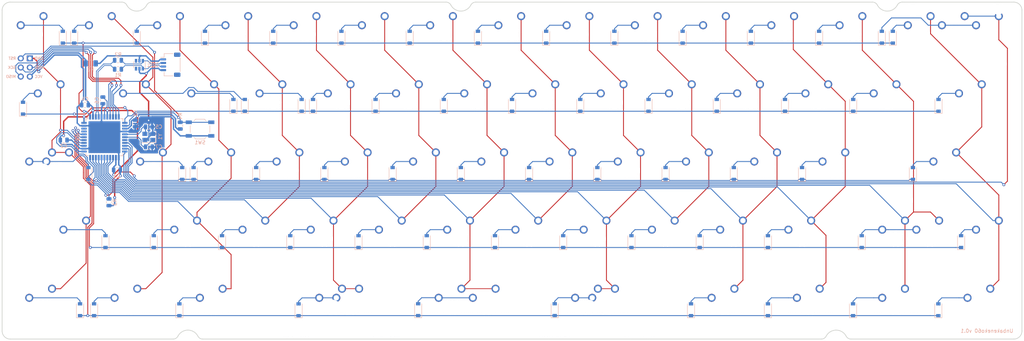
<source format=kicad_pcb>
(kicad_pcb (version 20211014) (generator pcbnew)
  (layers (0 "F.Cu" signal) (31 "B.Cu" signal) (34 "B.Paste" user) (35 "F.Paste" user) (36 "B.SilkS" user "B.Silkscreen") (37 "F.SilkS" user "F.Silkscreen") (38 "B.Mask" user) (39 "F.Mask" user) (44 "Edge.Cuts" user))
  (net 0 "")
  (net 1 "GND")
  (net 2 "XTAL2")
  (net 3 "XTAL1")
  (net 4 "Net-(D1-Pad2)")
  (net 5 "ROW0")
  (net 6 "Net-(D2-Pad2)")
  (net 7 "Net-(D3-Pad2)")
  (net 8 "Net-(D4-Pad2)")
  (net 9 "Net-(D5-Pad2)")
  (net 10 "Net-(D6-Pad2)")
  (net 11 "Net-(D7-Pad2)")
  (net 12 "Net-(D8-Pad2)")
  (net 13 "Net-(D9-Pad2)")
  (net 14 "Net-(D10-Pad2)")
  (net 15 "Net-(D11-Pad2)")
  (net 16 "Net-(D12-Pad2)")
  (net 17 "Net-(D13-Pad2)")
  (net 18 "Net-(D14-Pad2)")
  (net 19 "Net-(D15-Pad2)")
  (net 20 "Net-(D16-Pad2)")
  (net 21 "Net-(D17-Pad2)")
  (net 22 "ROW1")
  (net 23 "Net-(D18-Pad2)")
  (net 24 "Net-(D19-Pad2)")
  (net 25 "Net-(D20-Pad2)")
  (net 26 "Net-(D21-Pad2)")
  (net 27 "Net-(D22-Pad2)")
  (net 28 "Net-(D23-Pad2)")
  (net 29 "Net-(D24-Pad2)")
  (net 30 "Net-(D25-Pad2)")
  (net 31 "Net-(D26-Pad2)")
  (net 32 "Net-(D27-Pad2)")
  (net 33 "Net-(D28-Pad2)")
  (net 34 "Net-(D29-Pad2)")
  (net 35 "Net-(D30-Pad2)")
  (net 36 "Net-(D31-Pad2)")
  (net 37 "Net-(D32-Pad2)")
  (net 38 "ROW2")
  (net 39 "Net-(D33-Pad2)")
  (net 40 "Net-(D34-Pad2)")
  (net 41 "Net-(D35-Pad2)")
  (net 42 "Net-(D36-Pad2)")
  (net 43 "Net-(D37-Pad2)")
  (net 44 "Net-(D38-Pad2)")
  (net 45 "Net-(D39-Pad2)")
  (net 46 "Net-(D40-Pad2)")
  (net 47 "Net-(D41-Pad2)")
  (net 48 "Net-(D42-Pad2)")
  (net 49 "Net-(D43-Pad2)")
  (net 50 "Net-(D44-Pad2)")
  (net 51 "Net-(D45-Pad2)")
  (net 52 "Net-(D46-Pad2)")
  (net 53 "Net-(D47-Pad2)")
  (net 54 "ROW3")
  (net 55 "Net-(D48-Pad2)")
  (net 56 "Net-(D49-Pad2)")
  (net 57 "Net-(D50-Pad2)")
  (net 58 "Net-(D51-Pad2)")
  (net 59 "Net-(D52-Pad2)")
  (net 60 "Net-(D53-Pad2)")
  (net 61 "Net-(D54-Pad2)")
  (net 62 "Net-(D55-Pad2)")
  (net 63 "Net-(D56-Pad2)")
  (net 64 "Net-(D57-Pad2)")
  (net 65 "Net-(D58-Pad2)")
  (net 66 "Net-(D60-Pad2)")
  (net 67 "Net-(D61-Pad2)")
  (net 68 "ROW4")
  (net 69 "Net-(D62-Pad2)")
  (net 70 "Net-(D63-Pad2)")
  (net 71 "VBUS")
  (net 72 "D+")
  (net 73 "D-")
  (net 74 "MOSI")
  (net 75 "SCK")
  (net 76 "MISO")
  (net 77 "COL0")
  (net 78 "COL1")
  (net 79 "COL2")
  (net 80 "COL3")
  (net 81 "COL4")
  (net 82 "COL5")
  (net 83 "COL6")
  (net 84 "COL7")
  (net 85 "COL8")
  (net 86 "COL9")
  (net 87 "COL10")
  (net 88 "COL11")
  (net 89 "COL12")
  (net 90 "COL13")
  (net 91 "COL14")
  (net 92 "Net-(U2-Pad42)")
  (net 93 "Net-(U2-Pad41)")
  (net 94 "+5V")
  (net 95 "/MCU_D+")
  (net 96 "/MCU_D-")
  (net 97 "Net-(U2-Pad18)")
  (net 98 "Net-(C6-Pad1)")
  (net 99 "Net-(R3-Pad2)")
  (net 100 "RST")
  (net 101 "Net-(U1-Pad4)")
  (net 102 "Net-(U1-Pad3)")
  (net 103 "Net-(D59-Pad2)")
  (net 104 "Net-(D64-Pad2)")
  (net 105 "Net-(D65-Pad2)")
  (footprint "MX_Only:MXOnly-1U-NoLED" (layer "F.Cu") (at 9 9)
    (fp_text reference "MX1")
    (fp_text value "1u")
  )
  (footprint "MX_Only:MXOnly-1U-NoLED" (layer "F.Cu") (at 28.05 9)
    (fp_text reference "MX2")
    (fp_text value "1u")
  )
  (footprint "MX_Only:MXOnly-1U-NoLED" (layer "F.Cu") (at 47.1 9)
    (fp_text reference "MX3")
    (fp_text value "1u")
  )
  (footprint "MX_Only:MXOnly-1U-NoLED" (layer "F.Cu") (at 66.15 9)
    (fp_text reference "MX4")
    (fp_text value "1u")
  )
  (footprint "MX_Only:MXOnly-1U-NoLED" (layer "F.Cu") (at 85.2 9)
    (fp_text reference "MX5")
    (fp_text value "1u")
  )
  (footprint "MX_Only:MXOnly-1U-NoLED" (layer "F.Cu") (at 104.25 9)
    (fp_text reference "MX6")
    (fp_text value "1u")
  )
  (footprint "MX_Only:MXOnly-1U-NoLED" (layer "F.Cu") (at 123.3 9)
    (fp_text reference "MX7")
    (fp_text value "1u")
  )
  (footprint "MX_Only:MXOnly-1U-NoLED" (layer "F.Cu") (at 161.4 9)
    (fp_text reference "MX9")
    (fp_text value "1u")
  )
  (footprint "MX_Only:MXOnly-1U-NoLED" (layer "F.Cu") (at 180.45 9)
    (fp_text reference "MX10")
    (fp_text value "1u")
  )
  (footprint "MX_Only:MXOnly-1U-NoLED" (layer "F.Cu") (at 199.5 9)
    (fp_text reference "MX11")
    (fp_text value "1u")
  )
  (footprint "MX_Only:MXOnly-1U-NoLED" (layer "F.Cu") (at 218.55 9)
    (fp_text reference "MX12")
    (fp_text value "1u")
  )
  (footprint "MX_Only:MXOnly-1U-NoLED" (layer "F.Cu") (at 237.6 9)
    (fp_text reference "MX13")
    (fp_text value "1u")
  )
  (footprint "MX_Only:MXOnly-1U-NoLED" (layer "F.Cu") (at 256.65 9)
    (fp_text reference "MX14")
    (fp_text value "1u")
  )
  (footprint "MX_Only:MXOnly-2U-NoLED" (layer "F.Cu") (at 266.175 9)
    (fp_text reference "MX16")
    (fp_text value "2u")
  )
  (footprint "MX_Only:MXOnly-1.5U-NoLED" (layer "F.Cu") (at 13.7625 28.05)
    (fp_text reference "MX17")
    (fp_text value "1.5u")
  )
  (footprint "MX_Only:MXOnly-1U-NoLED" (layer "F.Cu") (at 37.575 28.05)
    (fp_text reference "MX18")
    (fp_text value "1u")
  )
  (footprint "MX_Only:MXOnly-1U-NoLED" (layer "F.Cu") (at 56.625 28.05)
    (fp_text reference "MX19")
    (fp_text value "1u")
  )
  (footprint "MX_Only:MXOnly-1U-NoLED" (layer "F.Cu") (at 75.675 28.05)
    (fp_text reference "MX20")
    (fp_text value "1u")
  )
  (footprint "MX_Only:MXOnly-1U-NoLED" (layer "F.Cu") (at 94.725 28.05)
    (fp_text reference "MX21")
    (fp_text value "1u")
  )
  (footprint "MX_Only:MXOnly-1U-NoLED" (layer "F.Cu") (at 113.775 28.05)
    (fp_text reference "MX22")
    (fp_text value "1u")
  )
  (footprint "MX_Only:MXOnly-1U-NoLED" (layer "F.Cu") (at 132.825 28.05)
    (fp_text reference "MX23")
    (fp_text value "1u")
  )
  (footprint "MX_Only:MXOnly-1U-NoLED" (layer "F.Cu") (at 151.875 28.05)
    (fp_text reference "MX24")
    (fp_text value "1u")
  )
  (footprint "MX_Only:MXOnly-1U-NoLED" (layer "F.Cu") (at 170.925 28.05)
    (fp_text reference "MX25")
    (fp_text value "1u")
  )
  (footprint "MX_Only:MXOnly-1U-NoLED" (layer "F.Cu") (at 189.975 28.05)
    (fp_text reference "MX26")
    (fp_text value "1u")
  )
  (footprint "MX_Only:MXOnly-1U-NoLED" (layer "F.Cu") (at 209.025 28.05)
    (fp_text reference "MX27")
    (fp_text value "1u")
  )
  (footprint "MX_Only:MXOnly-1U-NoLED" (layer "F.Cu") (at 228.075 28.05)
    (fp_text reference "MX28")
    (fp_text value "1u")
  )
  (footprint "MX_Only:MXOnly-1U-NoLED" (layer "F.Cu") (at 247.125 28.05)
    (fp_text reference "MX29")
    (fp_text value "1u")
  )
  (footprint "MX_Only:MXOnly-1.5U-NoLED" (layer "F.Cu") (at 270.9375 28.05)
    (fp_text reference "MX30")
    (fp_text value "1.5u")
  )
  (footprint "MX_Only:MXOnly-1.25U-NoLED" (layer "F.Cu") (at 11.38125 47.1)
    (fp_text reference "MX31")
    (fp_text value "1.25u")
  )
  (footprint "MX_Only:MXOnly-1.75U-NoLED" (layer "F.Cu") (at 16.14375 47.1)
    (fp_text reference "MX32")
    (fp_text value "1.75u")
  )
  (footprint "MX_Only:MXOnly-1U-NoLED" (layer "F.Cu") (at 42.3375 47.1)
    (fp_text reference "MX33")
    (fp_text value "1u")
  )
  (footprint "MX_Only:MXOnly-1U-NoLED" (layer "F.Cu") (at 61.3875 47.1)
    (fp_text reference "MX34")
    (fp_text value "1u")
  )
  (footprint "MX_Only:MXOnly-1U-NoLED" (layer "F.Cu") (at 80.4375 47.1)
    (fp_text reference "MX35")
    (fp_text value "1u")
  )
  (footprint "MX_Only:MXOnly-1U-NoLED" (layer "F.Cu") (at 99.4875 47.1)
    (fp_text reference "MX36")
    (fp_text value "1u")
  )
  (footprint "MX_Only:MXOnly-1U-NoLED" (layer "F.Cu") (at 118.5375 47.1)
    (fp_text reference "MX37")
    (fp_text value "1u")
  )
  (footprint "MX_Only:MXOnly-1U-NoLED" (layer "F.Cu") (at 137.5875 47.1)
    (fp_text reference "MX38")
    (fp_text value "1u")
  )
  (footprint "MX_Only:MXOnly-1U-NoLED" (layer "F.Cu") (at 156.6375 47.1)
    (fp_text reference "MX39")
    (fp_text value "1u")
  )
  (footprint "MX_Only:MXOnly-1U-NoLED" (layer "F.Cu") (at 175.6875 47.1)
    (fp_text reference "MX40")
    (fp_text value "1u")
  )
  (footprint "MX_Only:MXOnly-1U-NoLED" (layer "F.Cu") (at 194.7375 47.1)
    (fp_text reference "MX41")
    (fp_text value "1u")
  )
  (footprint "MX_Only:MXOnly-1U-NoLED" (layer "F.Cu") (at 213.7875 47.1)
    (fp_text reference "MX42")
    (fp_text value "1u")
  )
  (footprint "MX_Only:MXOnly-1U-NoLED" (layer "F.Cu") (at 232.8375 47.1)
    (fp_text reference "MX43")
    (fp_text value "1u")
  )
  (footprint "MX_Only:MXOnly-2.25U-NoLED" (layer "F.Cu") (at 263.79375 47.1)
    (fp_text reference "MX44")
    (fp_text value "2.25u")
  )
  (footprint "MX_Only:MXOnly-2.25U-NoLED" (layer "F.Cu") (at 20.90625 66.15)
    (fp_text reference "MX45")
    (fp_text value "2.25u")
  )
  (footprint "MX_Only:MXOnly-1U-NoLED" (layer "F.Cu") (at 51.8625 66.15)
    (fp_text reference "MX46")
    (fp_text value "1u")
  )
  (footprint "MX_Only:MXOnly-1U-NoLED" (layer "F.Cu") (at 70.9125 66.15)
    (fp_text reference "MX47")
    (fp_text value "1u")
  )
  (footprint "MX_Only:MXOnly-1U-NoLED" (layer "F.Cu") (at 89.9625 66.15)
    (fp_text reference "MX48")
    (fp_text value "1u")
  )
  (footprint "MX_Only:MXOnly-1U-NoLED" (layer "F.Cu") (at 109.0125 66.15)
    (fp_text reference "MX49")
    (fp_text value "1u")
  )
  (footprint "MX_Only:MXOnly-1U-NoLED" (layer "F.Cu") (at 128.0625 66.15)
    (fp_text reference "MX50")
    (fp_text value "1u")
  )
  (footprint "MX_Only:MXOnly-1U-NoLED" (layer "F.Cu") (at 147.1125 66.15)
    (fp_text reference "MX51")
    (fp_text value "1u")
  )
  (footprint "MX_Only:MXOnly-1U-NoLED" (layer "F.Cu") (at 166.1625 66.15)
    (fp_text reference "MX52")
    (fp_text value "1u")
  )
  (footprint "MX_Only:MXOnly-1U-NoLED" (layer "F.Cu") (at 185.2125 66.15)
    (fp_text reference "MX53")
    (fp_text value "1u")
  )
  (footprint "MX_Only:MXOnly-1U-NoLED" (layer "F.Cu") (at 204.2625 66.15)
    (fp_text reference "MX54")
    (fp_text value "1u")
  )
  (footprint "MX_Only:MXOnly-1U-NoLED" (layer "F.Cu") (at 223.3125 66.15)
    (fp_text reference "MX55")
    (fp_text value "1u")
  )
  (footprint "MX_Only:MXOnly-1.75U-NoLED" (layer "F.Cu") (at 249.50625 66.15)
    (fp_text reference "MX56")
    (fp_text value "1.75u")
  )
  (footprint "MX_Only:MXOnly-1U-NoLED" (layer "F.Cu") (at 275.7 66.15)
    (fp_text reference "MX57")
    (fp_text value "1u")
  )
  (footprint "MX_Only:MXOnly-1.25U-NoLED" (layer "F.Cu") (at 35.19375 85.2)
    (fp_text reference "MX60")
    (fp_text value "1.25u")
  )
  (footprint "MX_Only:MXOnly-1.25U-NoLED" (layer "F.Cu") (at 59.00625 85.2)
    (fp_text reference "MX61")
    (fp_text value "1.25u")
  )
  (footprint "MX_Only:MXOnly-1.25U-NoLED" (layer "F.Cu") (at 201.88125 85.2)
    (fp_text reference "MX68")
    (fp_text value "1.25u")
  )
  (footprint "MX_Only:MXOnly-1.25U-NoLED" (layer "F.Cu") (at 225.69375 85.2)
    (fp_text reference "MX69")
    (fp_text value "1.25u")
  )
  (footprint "MX_Only:MXOnly-1.25U-NoLED" (layer "F.Cu") (at 249.50625 85.2)
    (fp_text reference "MX70")
    (fp_text value "1.25u")
  )
  (footprint "MX_Only:MXOnly-1.25U-NoLED" (layer "F.Cu") (at 273.31875 85.2)
    (fp_text reference "MX71")
    (fp_text value "1.25u")
  )
  (footprint "MX_Only:MXOnly-1U-NoLED" (layer "F.Cu") (at 142.35 9)
    (fp_text reference "MX8")
    (fp_text value "1u")
  )
  (footprint "MX_Only:MXOnly-2.75U-NoLED" (layer "F.Cu") (at 259.03125 66.15)
    (fp_text reference "MX58")
    (fp_text value "2.75u")
  )
  (footprint "MX_Only:MXOnly-1.25U-NoLED" (layer "F.Cu") (at 11.38125 85.2)
    (fp_text reference "MX59")
    (fp_text value "1.25u")
  )
  (footprint "MX_Only:MXOnly-1U-NoLED" (layer "F.Cu") (at 275.7 9)
    (fp_text reference "MX15")
    (fp_text value "1u")
  )
  (footprint "MX_Only:MXOnly-2.25U-ReversedStabilizers-NoLED" (layer "F.Cu") (at 92.34375 85.2)
    (fp_text reference "MX62")
    (fp_text value "2.25U")
  )
  (footprint "MX_Only:MXOnly-2.25U-ReversedStabilizers-NoLED" (layer "F.Cu") (at 168.54375 85.2)
    (fp_text reference "MX67")
    (fp_text value "2.25U")
  )
  (footprint "MX_Only:MXOnly-2.75U-ReversedStabilizers-NoLED" (layer "F.Cu") (at 97.10625 85.2)
    (fp_text reference "MX63")
    (fp_text value "2.75U")
  )
  (footprint "MX_Only:MXOnly-1.25U-NoLED" (layer "F.Cu") (at 125.68125 85.2)
    (fp_text reference "MX64")
    (fp_text value "1.25U")
  )
  (footprint "MX_Only:MXOnly-1.25U-NoLED" (layer "F.Cu") (at 135.20625 85.2)
    (fp_text reference "MX65")
    (fp_text value "1.25U")
  )
  (footprint "MX_Only:MXOnly-2.75U-ReversedStabilizers-NoLED" (layer "F.Cu") (at 163.78125 85.2)
    (fp_text reference "MX66")
    (fp_text value "2.75U")
  )
  (footprint "Fuse:Fuse_1206_3216Metric" (layer "B.Cu") (at 24.71 17.12)
    (fp_text reference "F1")
    (fp_text value "500mA")
  )
  (footprint "Connector_JST:JST_SH_SM04B-SRSS-TB_1x04-1MP_P1.00mm_Horizontal" (layer "B.Cu") (at 47 17.5 -90)
    (fp_text reference "J1")
    (fp_text value "JST SH 4-pin")
  )
  (footprint "bakeneko:ISP" (layer "B.Cu") (at 5.19 20.807501)
    (fp_text reference "J2")
    (fp_text value "AVR-ISP-6")
  )
  (footprint "Resistor_SMD:R_0805_2012Metric" (layer "B.Cu") (at 32.34 18.75)
    (fp_text reference "R1")
    (fp_text value "22")
  )
  (footprint "Resistor_SMD:R_0805_2012Metric" (layer "B.Cu") (at 32.34 16.25)
    (fp_text reference "R2")
    (fp_text value "22")
  )
  (footprint "Button_Switch_SMD:SW_SPST_TL3342" (layer "B.Cu") (at 55.24375 35.485)
    (fp_text reference "SW1")
    (fp_text value "Reset")
  )
  (footprint "Capacitor_SMD:C_0805_2012Metric" (layer "B.Cu") (at 40.96 34.87 180)
    (fp_text reference "C5")
    (fp_text value "22p")
  )
  (footprint "Capacitor_SMD:C_0805_2012Metric" (layer "B.Cu") (at 23.12375 28.75 180)
    (fp_text reference "C4")
    (fp_text value "10u")
  )
  (footprint "Capacitor_SMD:C_0805_2012Metric" (layer "B.Cu") (at 32.06 46.91)
    (fp_text reference "C3")
    (fp_text value "0.1u")
  )
  (footprint "Package_QFP:TQFP-44_10x10mm_P0.8mm" (layer "B.Cu") (at 28.55375 37.75875 -90)
    (fp_text reference "U2")
    (fp_text value "ATmega32U4-AU")
  )
  (footprint "Crystal:Crystal_SMD_3225-4Pin_3.2x2.5mm" (layer "B.Cu") (at 40.96 37.67 180)
    (fp_text reference "Y1")
    (fp_text value "16MHz")
  )
  (footprint "Capacitor_SMD:C_0805_2012Metric" (layer "B.Cu") (at 37.16 33.92 -90)
    (fp_text reference "C1")
    (fp_text value "0.1u")
  )
  (footprint "Resistor_SMD:R_0805_2012Metric" (layer "B.Cu") (at 49.71 34.52 -90)
    (fp_text reference "R4")
    (fp_text value "10k")
  )
  (footprint "Diode_SMD:D_SOD-123" (layer "B.Cu") (at 16.9375 9.79375 90)
    (fp_text reference "D1")
    (fp_text value "1N4148")
  )
  (footprint "Diode_SMD:D_SOD-123" (layer "B.Cu") (at 20.1125 9.79375 90)
    (fp_text reference "D2")
    (fp_text value "1N4148")
  )
  (footprint "Diode_SMD:D_SOD-123" (layer "B.Cu") (at 37.575 9.79375 90)
    (fp_text reference "D3")
    (fp_text value "1N4148")
  )
  (footprint "Diode_SMD:D_SOD-123" (layer "B.Cu") (at 56.625 9.79375 90)
    (fp_text reference "D4")
    (fp_text value "1N4148")
  )
  (footprint "Diode_SMD:D_SOD-123" (layer "B.Cu") (at 75.675 9.79375 90)
    (fp_text reference "D5")
    (fp_text value "1N4148")
  )
  (footprint "Diode_SMD:D_SOD-123" (layer "B.Cu") (at 94.725 9.79375 90)
    (fp_text reference "D6")
    (fp_text value "1N4148")
  )
  (footprint "Diode_SMD:D_SOD-123" (layer "B.Cu") (at 113.775 9.79375 90)
    (fp_text reference "D7")
    (fp_text value "1N4148")
  )
  (footprint "Diode_SMD:D_SOD-123" (layer "B.Cu") (at 132.825 9.79375 90)
    (fp_text reference "D8")
    (fp_text value "1N4148")
  )
  (footprint "Diode_SMD:D_SOD-123" (layer "B.Cu") (at 151.875 9.79375 90)
    (fp_text reference "D9")
    (fp_text value "1N4148")
  )
  (footprint "Diode_SMD:D_SOD-123" (layer "B.Cu") (at 170.925 9.79375 90)
    (fp_text reference "D10")
    (fp_text value "1N4148")
  )
  (footprint "Diode_SMD:D_SOD-123" (layer "B.Cu") (at 189.975 9.79375 90)
    (fp_text reference "D11")
    (fp_text value "1N4148")
  )
  (footprint "Diode_SMD:D_SOD-123" (layer "B.Cu") (at 209.025 9.79375 90)
    (fp_text reference "D12")
    (fp_text value "1N4148")
  )
  (footprint "Diode_SMD:D_SOD-123" (layer "B.Cu") (at 248.655 9.79375 90)
    (fp_text reference "D14")
    (fp_text value "1N4148")
  )
  (footprint "Diode_SMD:D_SOD-123" (layer "B.Cu") (at 245.585 9.79375 90)
    (fp_text reference "D15")
    (fp_text value "1N4148")
  )
  (footprint "Diode_SMD:D_SOD-123" (layer "B.Cu") (at 5.825 29.6375 90)
    (fp_text reference "D16")
    (fp_text value "1N4148")
  )
  (footprint "Diode_SMD:D_SOD-123" (layer "B.Cu") (at 67.7375 28.84375 90)
    (fp_text reference "D17")
    (fp_text value "1N4148")
  )
  (footprint "Diode_SMD:D_SOD-123" (layer "B.Cu") (at 64.5625 28.84375 90)
    (fp_text reference "D18")
    (fp_text value "1N4148")
  )
  (footprint "Diode_SMD:D_SOD-123" (layer "B.Cu") (at 83.6125 28.84375 90)
    (fp_text reference "D19")
    (fp_text value "1N4148")
  )
  (footprint "Diode_SMD:D_SOD-123" (layer "B.Cu") (at 86.7875 28.84375 90)
    (fp_text reference "D20")
    (fp_text value "1N4148")
  )
  (footprint "Diode_SMD:D_SOD-123" (layer "B.Cu") (at 104.25 28.84375 90)
    (fp_text reference "D21")
    (fp_text value "1N4148")
  )
  (footprint "Diode_SMD:D_SOD-123" (layer "B.Cu") (at 123.3 28.84375 90)
    (fp_text reference "D22")
    (fp_text value "1N4148")
  )
  (footprint "Diode_SMD:D_SOD-123" (layer "B.Cu") (at 142.35 28.84375 90)
    (fp_text reference "D23")
    (fp_text value "1N4148")
  )
  (footprint "Diode_SMD:D_SOD-123" (layer "B.Cu") (at 161.4 28.84375 90)
    (fp_text reference "D24")
    (fp_text value "1N4148")
  )
  (footprint "Diode_SMD:D_SOD-123" (layer "B.Cu") (at 180.45 28.84375 90)
    (fp_text reference "D25")
    (fp_text value "1N4148")
  )
  (footprint "Diode_SMD:D_SOD-123" (layer "B.Cu") (at 199.5 28.84375 90)
    (fp_text reference "D26")
    (fp_text value "1N4148")
  )
  (footprint "Diode_SMD:D_SOD-123" (layer "B.Cu") (at 218.55 28.84375 90)
    (fp_text reference "D27")
    (fp_text value "1N4148")
  )
  (footprint "Diode_SMD:D_SOD-123" (layer "B.Cu") (at 237.6 28.84375 90)
    (fp_text reference "D28")
    (fp_text value "1N4148")
  )
  (footprint "Diode_SMD:D_SOD-123" (layer "B.Cu") (at 261.4125 28.84375 90)
    (fp_text reference "D29")
    (fp_text value "1N4148")
  )
  (footprint "Diode_SMD:D_SOD-123" (layer "B.Cu") (at 24.08125 47.89375 90)
    (fp_text reference "D30")
    (fp_text value "1N4148")
  )
  (footprint "Diode_SMD:D_SOD-123" (layer "B.Cu") (at 50.275 47.89375 90)
    (fp_text reference "D31")
    (fp_text value "1N4148")
  )
  (footprint "Diode_SMD:D_SOD-123" (layer "B.Cu") (at 53.45 47.89375 90)
    (fp_text reference "D32")
    (fp_text value "1N4148")
  )
  (footprint "Diode_SMD:D_SOD-123" (layer "B.Cu") (at 70.9125 47.89375 90)
    (fp_text reference "D33")
    (fp_text value "1N4148")
  )
  (footprint "Diode_SMD:D_SOD-123" (layer "B.Cu") (at 109.0125 47.89375 90)
    (fp_text reference "D35")
    (fp_text value "1N4148")
  )
  (footprint "Diode_SMD:D_SOD-123" (layer "B.Cu") (at 128.0625 47.89375 90)
    (fp_text reference "D36")
    (fp_text value "1N4148")
  )
  (footprint "Diode_SMD:D_SOD-123" (layer "B.Cu") (at 147.1125 47.89375 90)
    (fp_text reference "D37")
    (fp_text value "1N4148")
  )
  (footprint "Diode_SMD:D_SOD-123" (layer "B.Cu") (at 166.1625 47.89375 90)
    (fp_text reference "D38")
    (fp_text value "1N4148")
  )
  (footprint "Diode_SMD:D_SOD-123" (layer "B.Cu") (at 185.2125 47.89375 90)
    (fp_text reference "D39")
    (fp_text value "1N4148")
  )
  (footprint "Diode_SMD:D_SOD-123" (layer "B.Cu") (at 204.2625 47.89375 90)
    (fp_text reference "D40")
    (fp_text value "1N4148")
  )
  (footprint "Diode_SMD:D_SOD-123" (layer "B.Cu") (at 223.3125 47.89375 90)
    (fp_text reference "D41")
    (fp_text value "1N4148")
  )
  (footprint "Diode_SMD:D_SOD-123" (layer "B.Cu") (at 254.26875 47.89375 90)
    (fp_text reference "D42")
    (fp_text value "1N4148")
  )
  (footprint "Diode_SMD:D_SOD-123" (layer "B.Cu") (at 28.84375 66.94375 90)
    (fp_text reference "D43")
    (fp_text value "1N4148")
  )
  (footprint "Diode_SMD:D_SOD-123" (layer "B.Cu") (at 42.3375 66.94375 90)
    (fp_text reference "D44")
    (fp_text value "1N4148")
  )
  (footprint "Diode_SMD:D_SOD-123" (layer "B.Cu") (at 61.3875 66.94375 90)
    (fp_text reference "D45")
    (fp_text value "1N4148")
  )
  (footprint "Diode_SMD:D_SOD-123" (layer "B.Cu") (at 80.4375 66.94375 90)
    (fp_text reference "D46")
    (fp_text value "1N4148")
  )
  (footprint "Diode_SMD:D_SOD-123" (layer "B.Cu") (at 99.4875 66.94375 90)
    (fp_text reference "D47")
    (fp_text value "1N4148")
  )
  (footprint "Diode_SMD:D_SOD-123" (layer "B.Cu") (at 118.5375 66.94375 90)
    (fp_text reference "D48")
    (fp_text value "1N4148")
  )
  (footprint "Diode_SMD:D_SOD-123" (layer "B.Cu") (at 137.5875 66.94375 90)
    (fp_text reference "D49")
    (fp_text value "1N4148")
  )
  (footprint "Diode_SMD:D_SOD-123" (layer "B.Cu") (at 156.6375 66.94375 90)
    (fp_text reference "D50")
    (fp_text value "1N4148")
  )
  (footprint "Diode_SMD:D_SOD-123" (layer "B.Cu") (at 175.6875 66.94375 90)
    (fp_text reference "D51")
    (fp_text value "1N4148")
  )
  (footprint "Diode_SMD:D_SOD-123" (layer "B.Cu") (at 194.7375 66.94375 90)
    (fp_text reference "D52")
    (fp_text value "1N4148")
  )
  (footprint "Diode_SMD:D_SOD-123" (layer "B.Cu") (at 213.7875 66.94375 90)
    (fp_text reference "D53")
    (fp_text value "1N4148")
  )
  (footprint "Diode_SMD:D_SOD-123" (layer "B.Cu") (at 239.98125 66.94375 90)
    (fp_text reference "D54")
    (fp_text value "1N4148")
  )
  (footprint "Diode_SMD:D_SOD-123" (layer "B.Cu") (at 267.715 66.94375 90)
    (fp_text reference "D55")
    (fp_text value "1N4148")
  )
  (footprint "Diode_SMD:D_SOD-123" (layer "B.Cu") (at 21.7475 85.99375 90)
    (fp_text reference "D56")
    (fp_text value "1N4148")
  )
  (footprint "Diode_SMD:D_SOD-123" (layer "B.Cu") (at 25.66875 85.99375 90)
    (fp_text reference "D57")
    (fp_text value "1N4148")
  )
  (footprint "Diode_SMD:D_SOD-123" (layer "B.Cu") (at 49.48125 85.99375 90)
    (fp_text reference "D58")
    (fp_text value "1N4148")
  )
  (footprint "Diode_SMD:D_SOD-123" (layer "B.Cu") (at 213.7875 85.99375 90)
    (fp_text reference "D63")
    (fp_text value "1N4148")
  )
  (footprint "Diode_SMD:D_SOD-123" (layer "B.Cu") (at 237.55 85.99375 90)
    (fp_text reference "D64")
    (fp_text value "1N4148")
  )
  (footprint "Diode_SMD:D_SOD-123" (layer "B.Cu") (at 261.3625 85.99375 90)
    (fp_text reference "D65")
    (fp_text value "1N4148")
  )
  (footprint "Diode_SMD:D_SOD-123" (layer "B.Cu") (at 228.075 9.79375 90)
    (fp_text reference "D13")
    (fp_text value "1N4148")
  )
  (footprint "Capacitor_SMD:C_0805_2012Metric" (layer "B.Cu") (at 28.12 27.47 -90)
    (fp_text reference "C6")
    (fp_text value "1u")
  )
  (footprint "Capacitor_SMD:C_0805_2012Metric" (layer "B.Cu") (at 40.96 40.47 180)
    (fp_text reference "C7")
    (fp_text value "22p")
  )
  (footprint "Resistor_SMD:R_0805_2012Metric" (layer "B.Cu") (at 29.82375 55.95 90)
    (fp_text reference "R3")
    (fp_text value "10k")
  )
  (footprint "Diode_SMD:D_SOD-123" (layer "B.Cu") (at 89.9625 47.89375 90)
    (fp_text reference "D34")
    (fp_text value "1N4148")
  )
  (footprint "Diode_SMD:D_SOD-123" (layer "B.Cu") (at 192.315 85.99375 90)
    (fp_text reference "D62")
    (fp_text value "1N4148")
  )
  (footprint "Capacitor_SMD:C_0805_2012Metric" (layer "B.Cu") (at 17.17375 38.55875)
    (fp_text reference "C2")
    (fp_text value "0.1u")
  )
  (footprint "Package_TO_SOT_SMD:SOT-23-6" (layer "B.Cu") (at 38.32375 17.5 90)
    (fp_text reference "U1")
    (fp_text value "SRV05-4")
  )
  (footprint "Diode_SMD:D_SOD-123" (layer "B.Cu") (at 116.144375 85.97375 90)
    (fp_text reference "D60")
    (fp_text value "1N4148")
  )
  (footprint "Diode_SMD:D_SOD-123" (layer "B.Cu") (at 154.25875 85.97375 90)
    (fp_text reference "D61")
    (fp_text value "1N4148")
  )
  (footprint "Diode_SMD:D_SOD-123" (layer "B.Cu") (at 82.754375 86.00375 90)
    (fp_text reference "D59")
    (fp_text value "1N4148")
  )
  (gr_line (start 282.45 94.2) (end 236.960606 94.2) (layer "Edge.Cuts") (width 0.2))
  (gr_arc (start 33.451894 0) (mid 34.229608 0.217361) (end 34.781929 0.806451) (layer "Edge.Cuts") (width 0.2))
  (gr_line (start 228.714395 94.2) (end 55.985606 94.2) (layer "Edge.Cuts") (width 0.2))
  (gr_arc (start 40.368072 0.806452) (mid 40.920392 0.217362) (end 41.698106 0) (layer "Edge.Cuts") (width 0.2))
  (gr_arc (start 2.25 94.2) (mid 0.65901 93.54099) (end 0 91.95) (layer "Edge.Cuts") (width 0.2))
  (gr_arc (start 236.960606 94.2) (mid 236.182892 93.982638) (end 235.630572 93.393548) (layer "Edge.Cuts") (width 0.2))
  (gr_arc (start 123.939394 0) (mid 124.717108 0.217361) (end 125.269429 0.806451) (layer "Edge.Cuts") (width 0.2))
  (gr_arc (start 130.855571 0.806452) (mid 128.0625 2.5) (end 125.269429 0.806451) (layer "Edge.Cuts") (width 0.2))
  (gr_line (start 47.739395 94.2) (end 2.25 94.2) (layer "Edge.Cuts") (width 0.2))
  (gr_line (start 282.45 0) (end 251.248106 0) (layer "Edge.Cuts") (width 0.2))
  (gr_arc (start 284.7 91.95) (mid 284.04099 93.54099) (end 282.45 94.2) (layer "Edge.Cuts") (width 0.2))
  (gr_arc (start 249.918071 0.806452) (mid 247.125 2.5) (end 244.331929 0.806451) (layer "Edge.Cuts") (width 0.2))
  (gr_arc (start 55.985606 94.2) (mid 55.207892 93.982638) (end 54.655572 93.393548) (layer "Edge.Cuts") (width 0.2))
  (gr_arc (start 243.001894 0) (mid 243.779608 0.217361) (end 244.331929 0.806451) (layer "Edge.Cuts") (width 0.2))
  (gr_arc (start 130.855572 0.806452) (mid 131.407892 0.217362) (end 132.185606 0) (layer "Edge.Cuts") (width 0.2))
  (gr_arc (start 282.45 0) (mid 284.04099 0.65901) (end 284.7 2.25) (layer "Edge.Cuts") (width 0.2))
  (gr_arc (start 49.069429 93.393548) (mid 48.517109 93.982638) (end 47.739395 94.2) (layer "Edge.Cuts") (width 0.2))
  (gr_line (start 33.451895 0) (end 2.25 0) (layer "Edge.Cuts") (width 0.2))
  (gr_arc (start 40.368071 0.806452) (mid 37.575 2.5) (end 34.781929 0.806451) (layer "Edge.Cuts") (width 0.2))
  (gr_arc (start 0 2.25) (mid 0.65901 0.65901) (end 2.25 0) (layer "Edge.Cuts") (width 0.2))
  (gr_line (start 0 91.95) (end 0 2.25) (layer "Edge.Cuts") (width 0.2))
  (gr_arc (start 49.069428 93.393548) (mid 51.8625 91.699999) (end 54.655572 93.393548) (layer "Edge.Cuts") (width 0.2))
  (gr_line (start 243.001895 0) (end 132.185606 0) (layer "Edge.Cuts") (width 0.2))
  (gr_arc (start 230.044428 93.393548) (mid 232.8375 91.699999) (end 235.630572 93.393548) (layer "Edge.Cuts") (width 0.2))
  (gr_line (start 123.939395 0) (end 41.698106 0) (layer "Edge.Cuts") (width 0.2))
  (gr_arc (start 230.044429 93.393548) (mid 229.492109 93.982638) (end 228.714395 94.2) (layer "Edge.Cuts") (width 0.2))
  (gr_line (start 284.7 91.95) (end 284.7 2.25) (layer "Edge.Cuts") (width 0.2))
  (gr_arc (start 249.918072 0.806452) (mid 250.470392 0.217362) (end 251.248106 0) (layer "Edge.Cuts") (width 0.2))
  (gr_text "Unbakeneko60 v0.1" (at 274.915477 91.907501) (layer "B.SilkS") (effects (font (size 1 1)) (justify mirror)))
  (segment (start 9.79 18.969999) (end 10.251485 19.431484) (width 0.381) (layer "F.Cu") (net 1))
  (segment (start 8.961 15.727501) (end 9.79 16.556501) (width 0.381) (layer "F.Cu") (net 1))
  (segment (start 7.73 15.727501) (end 8.961 15.727501) (width 0.381) (layer "F.Cu") (net 1))
  (segment (start 31.41375 50.16) (end 32.9975 48.57625) (width 0.381) (layer "F.Cu") (net 1))
  (segment (start 9.79 16.556501) (end 9.79 18.969999) (width 0.381) (layer "F.Cu") (net 1))
  (segment (start 40.8875 27.7275) (end 38.43375 25.27375) (width 0.381) (layer "F.Cu") (net 1))
  (segment (start 31.41375 54.63) (end 31.41375 50.16) (width 0.381) (layer "F.Cu") (net 1))
  (segment (start 38.43375 25.27375) (end 38.43375 22.31) (width 0.381) (layer "F.Cu") (net 1))
  (segment (start 40.8875 33.06) (end 40.8875 27.7275) (width 0.381) (layer "F.Cu") (net 1))
  (segment (start 38.43375 22.31) (end 40.23375 20.51) (width 0.381) (layer "F.Cu") (net 1))
  (segment (start 40.23375 19.92) (end 40.23375 20.51) (width 0.381) (layer "F.Cu") (net 1))
  (via (at 31.41375 54.63) (size 0.8) (drill 0.4) (layers "F.Cu" "B.Cu") (net 1))
  (via (at 40.23375 19.92) (size 0.8) (drill 0.4) (layers "F.Cu" "B.Cu") (net 1))
  (via (at 32.9975 48.57625) (size 0.8) (drill 0.4) (layers "F.Cu" "B.Cu") (net 1))
  (via (at 10.251485 19.431484) (size 0.8) (drill 0.4) (layers "F.Cu" "B.Cu") (net 1))
  (via (at 40.8875 33.06) (size 0.8) (drill 0.4) (layers "F.Cu" "B.Cu") (net 1))
  (segment (start 41.63824 18.51551) (end 43.64051 18.51551) (width 0.381) (layer "B.Cu") (net 1))
  (segment (start 38.32375 19.62) (end 38.62375 19.92) (width 0.381) (layer "B.Cu") (net 1))
  (segment (start 22.18625 27.73274) (end 22.18625 28.75) (width 0.381) (layer "B.Cu") (net 1))
  (segment (start 41.8975 32.05) (end 47.068328 32.05) (width 0.381) (layer "B.Cu") (net 1))
  (segment (start 20.958991 29.389759) (end 20.958991 30.424759) (width 0.381) (layer "B.Cu") (net 1))
  (segment (start 31.41375 56.41) (end 31.41375 54.63) (width 0.381) (layer "B.Cu") (net 1))
  (segment (start 32.9975 45.9275) (end 32.55375 45.48375) (width 0.381) (layer "B.Cu") (net 1))
  (segment (start 18.11125 38.55875) (end 19.07875 38.55875) (width 0.381) (layer "B.Cu") (net 1))
  (segment (start 44.225 19) (end 45.1 19) (width 0.381) (layer "B.Cu") (net 1))
  (segment (start 28.12 28.995) (end 27.75375 29.36125) (width 0.381) (layer "B.Cu") (net 1))
  (segment (start 28.70125 38.47525) (end 26.38475 38.47525) (width 0.381) (layer "B.Cu") (net 1))
  (segment (start 31.01775 36.15875) (end 28.70125 38.47525) (width 0.381) (layer "B.Cu") (net 1))
  (segment (start 21.77875 40.95875) (end 22.85375 40.95875) (width 0.381) (layer "B.Cu") (net 1))
  (segment (start 26.38475 34.55875) (end 27.75375 33.18975) (width 0.381) (layer "B.Cu") (net 1))
  (segment (start 43.63 39.95) (end 43.11 40.47) (width 0.381) (layer "B.Cu") (net 1))
  (segment (start 43.64051 18.51551) (end 44.125 19) (width 0.381) (layer "B.Cu") (net 1))
  (segment (start 26.38475 38.47525) (end 26.38475 34.55875) (width 0.381) (layer "B.Cu") (net 1))
  (segment (start 22.18625 28.75) (end 22.18625 27.72274) (width 0.381) (layer "B.Cu") (net 1))
  (segment (start 37.16 34.8575) (end 38.9575 33.06) (width 0.381) (layer "B.Cu") (net 1))
  (segment (start 27.75375 32.05875) (end 27.75375 30.04625) (width 0.381) (layer "B.Cu") (net 1))
  (segment (start 52.09375 37.385) (end 49.755 37.385) (width 0.381) (layer "B.Cu") (net 1))
  (segment (start 42.06 36.82) (end 42.06 35.0325) (width 0.381) (layer "B.Cu") (net 1))
  (segment (start 40.162902 38.52) (end 41.862902 36.82) (width 0.381) (layer "B.Cu") (net 1))
  (segment (start 22.18625 28.75) (end 21.59875 28.75) (width 0.381) (layer "B.Cu") (net 1))
  (segment (start 22.72899 27.19) (end 22.18625 27.73274) (width 0.381) (layer "B.Cu") (net 1))
  (segment (start 34.25375 36.15875) (end 31.01775 36.15875) (width 0.381) (layer "B.Cu") (net 1))
  (segment (start 10.26 19.126705) (end 14.606705 14.78) (width 0.381) (layer "B.Cu") (net 1))
  (segment (start 32.55375 45.48375) (end 32.55375 44.96375) (width 0.381) (layer "B.Cu") (net 1))
  (segment (start 22.85375 40.95875) (end 23.98475 40.95875) (width 0.381) (layer "B.Cu") (net 1))
  (segment (start 29.82375 56.8875) (end 30.93625 56.8875) (width 0.381) (layer "B.Cu") (net 1))
  (segment (start 30.93625 56.8875) (end 31.41375 56.41) (width 0.381) (layer "B.Cu") (net 1))
  (segment (start 20.958991 33.794991) (end 21.72275 34.55875) (width 0.381) (layer "B.Cu") (net 1))
  (segment (start 27.75375 33.18975) (end 27.75375 32.05875) (width 0.381) (layer "B.Cu") (net 1))
  (segment (start 38.32375 18.7) (end 38.32375 19.62) (width 0.381) (layer "B.Cu") (net 1))
  (segment (start 37.16 35.87) (end 37.16 34.8575) (width 0.381) (layer "B.Cu") (net 1))
  (segment (start 21.59875 28.75) (end 20.958991 29.389759) (width 0.381) (layer "B.Cu") (net 1))
  (segment (start 22.85375 34.55875) (end 26.38475 34.55875) (width 0.381) (layer "B.Cu") (net 1))
  (segment (start 40.8875 33.06) (end 38.9575 33.06) (width 0.381) (layer "B.Cu") (net 1))
  (segment (start 32.9975 46.91) (end 32.9975 48.57625) (width 0.381) (layer "B.Cu") (net 1))
  (segment (start 23.98475 40.95875) (end 26.38475 38.55875) (width 0.381) (layer "B.Cu") (net 1))
  (segment (start 43.11 40.47) (end 41.8975 40.47) (width 0.381) (layer "B.Cu") (net 1))
  (segment (start 10.26 19.422969) (end 10.26 19.126705) (width 0.381) (layer "B.Cu") (net 1))
  (segment (start 22.72899 18.70524) (end 22.72899 27.19) (width 0.381) (layer "B.Cu") (net 1))
  (segment (start 43.141 36.82) (end 43.63 37.309) (width 0.381) (layer "B.Cu") (net 1))
  (segment (start 14.606705 14.78) (end 21.148328 14.78) (width 0.381) (layer "B.Cu") (net 1))
  (segment (start 40.23375 19.92) (end 41.63824 18.51551) (width 0.381) (layer "B.Cu") (net 1))
  (segment (start 47.82899 32.810662) (end 47.82899 35.45899) (width 0.381) (layer "B.Cu") (net 1))
  (segment (start 21.72275 34.55875) (end 22.85375 34.55875) (width 0.381) (layer "B.Cu") (net 1))
  (segment (start 47.068328 32.05) (end 47.82899 32.810662) (width 0.381) (layer "B.Cu") (net 1))
  (segment (start 22.15375 15.785422) (end 22.15375 18.13) (width 0.381) (layer "B.Cu") (net 1))
  (segment (start 49.755 37.385) (end 47.82899 35.45899) (width 0.381) (layer "B.Cu") (net 1))
  (segment (start 20.958991 30.424759) (end 20.958991 33.794991) (width 0.381) (layer "B.Cu") (net 1))
  (segment (start 26.38475 38.55875) (end 26.38475 38.47525) (width 0.381) (layer "B.Cu") (net 1))
  (segment (start 19.07875 38.55875) (end 19.37875 38.55875) (width 0.381) (layer "B.Cu") (net 1))
  (segment (start 41.8975 34.07) (end 40.8875 33.06) (width 0.381) (layer "B.Cu") (net 1))
  (segment (start 38.62375 19.92) (end 40.23375 19.92) (width 0.381) (layer "B.Cu") (net 1))
  (segment (start 41.8975 34.87) (end 41.8975 34.07) (width 0.381) (layer "B.Cu") (net 1))
  (segment (start 21.148328 14.78) (end 22.15375 15.785422) (width 0.381) (layer "B.Cu") (net 1))
  (segment (start 40.8875 33.06) (end 41.8975 32.05) (width 0.381) (layer "B.Cu") (net 1))
  (segment (start 27.75375 29.36125) (end 27.75375 30.04625) (width 0.381) (layer "B.Cu") (net 1))
  (segment (start 36.87125 36.15875) (end 37.16 35.87) (width 0.381) (layer "B.Cu") (net 1))
  (segment (start 32.55375 43.45875) (end 32.55375 42.32775) (width 0.381) (layer "B.Cu") (net 1))
  (segment (start 41.862902 36.82) (end 42.06 36.82) (width 0.381) (layer "B.Cu") (net 1))
  (segment (start 22.15375 18.13) (end 22.72899 18.70524) (width 0.381) (layer "B.Cu") (net 1))
  (segment (start 58.39375 37.385) (end 52.09375 37.385) (width 0.381) (layer "B.Cu") (net 1))
  (segment (start 32.55375 42.32775) (end 28.70125 38.47525) (width 0.381) (layer "B.Cu") (net 1))
  (segment (start 28.12 28.4075) (end 28.12 28.995) (width 0.381) (layer "B.Cu") (net 1))
  (segment (start 34.25375 36.15875) (end 36.87125 36.15875) (width 0.381) (layer "B.Cu") (net 1))
  (segment (start 43.141 36.82) (end 42.06 36.82) (width 0.381) (layer "B.Cu") (net 1))
  (segment (start 42.06 35.0325) (end 41.8975 34.87) (width 0.381) (layer "B.Cu") (net 1))
  (segment (start 39.86 38.52) (end 40.162902 38.52) (width 0.381) (layer "B.Cu") (net 1))
  (segment (start 19.37875 38.55875) (end 21.77875 40.95875) (width 0.381) (layer "B.Cu") (net 1))
  (segment (start 43.63 37.309) (end 43.63 39.95) (width 0.381) (layer "B.Cu") (net 1))
  (segment (start 32.9975 46.91) (end 32.9975 45.9275) (width 0.381) (layer "B.Cu") (net 1))
  (segment (start 10.251485 19.431484) (end 10.26 19.422969) (width 0.381) (layer "B.Cu") (net 1))
  (segment (start 32.55375 43.45875) (end 32.55375 44.96375) (width 0.381) (layer "B.Cu") (net 1))
  (segment (start 37.75125 36.95875) (end 34.25375 36.95875) (width 0.25) (layer "B.Cu") (net 2))
  (segment (start 40.0225 34.87) (end 39.435 34.87) (width 0.25) (layer "B.Cu") (net 2))
  (segment (start 37.93375 36.95875) (end 37.75125 36.95875) (width 0.25) (layer "B.Cu") (net 2))
  (segment (start 39.435 34.87) (end 38.81125 35.49375) (width 0.25) (layer "B.Cu") (net 2))
  (segment (start 38.81125 36.08125) (end 37.93375 36.95875) (width 0.25) (layer "B.Cu") (net 2))
  (segment (start 40.0225 34.87) (end 40.0225 36.6575) (width 0.25) (layer "B.Cu") (net 2))
  (segment (start 40.0225 36.6575) (end 39.86 36.82) (width 0.25) (layer "B.Cu") (net 2))
  (segment (start 38.81125 35.49375) (end 38.81125 36.08125) (width 0.25) (layer "B.Cu") (net 2))
  (segment (start 41.9725 38.52) (end 42.06 38.52) (width 0.25) (layer "B.Cu") (net 3))
  (segment (start 40.0225 40.47) (end 39.435 40.47) (width 0.25) (layer "B.Cu") (net 3))
  (segment (start 34.25375 37.75875) (end 37.98875 37.75875) (width 0.25) (layer "B.Cu") (net 3))
  (segment (start 39.435 40.47) (end 38.79 39.825) (width 0.25) (layer "B.Cu") (net 3))
  (segment (start 40.0225 40.47) (end 41.9725 38.52) (width 0.25) (layer "B.Cu") (net 3))
  (segment (start 38.79 39.825) (end 38.79 38.56) (width 0.25) (layer "B.Cu") (net 3))
  (segment (start 38.79 38.56) (end 37.98875 37.75875) (width 0.25) (layer "B.Cu") (net 3))
  (segment (start 15.95375 6.46) (end 16.9375 7.44375) (width 0.25) (layer "B.Cu") (net 4))
  (segment (start 5.19 6.46) (end 15.95375 6.46) (width 0.25) (layer "B.Cu") (net 4))
  (segment (start 16.9375 7.44375) (end 16.9375 8.14375) (width 0.25) (layer "B.Cu") (net 4))
  (segment (start 21.46 29.696935) (end 22.328065 30.565) (width 0.25) (layer "F.Cu") (net 5))
  (segment (start 21.46 25.48) (end 21.46 29.696935) (width 0.25) (layer "F.Cu") (net 5))
  (segment (start 22.328065 30.565) (end 22.89375 30.565) (width 0.25) (layer "F.Cu") (net 5))
  (segment (start 22.60375 24.33625) (end 21.46 25.48) (width 0.25) (layer "F.Cu") (net 5))
  (segment (start 22.60375 11.44375) (end 22.60375 24.33625) (width 0.25) (layer "F.Cu") (net 5))
  (via (at 22.89375 30.565) (size 0.8) (drill 0.4) (layers "F.Cu" "B.Cu") (net 5))
  (via (at 22.60375 11.44375) (size 0.8) (drill 0.4) (layers "F.Cu" "B.Cu") (net 5))
  (segment (start 22.038065 11.44375) (end 22.60375 11.44375) (width 0.25) (layer "B.Cu") (net 5))
  (segment (start 24.55375 31.58375) (end 23.535 30.565) (width 0.25) (layer "B.Cu") (net 5))
  (segment (start 23.535 30.565) (end 22.89375 30.565) (width 0.25) (layer "B.Cu") (net 5))
  (segment (start 20.27125 11.44375) (end 22.038065 11.44375) (width 0.25) (layer "B.Cu") (net 5))
  (segment (start 24.55375 32.05875) (end 24.55375 31.58375) (width 0.25) (layer "B.Cu") (net 5))
  (segment (start 23.169435 11.44375) (end 22.60375 11.44375) (width 0.25) (layer "B.Cu") (net 5))
  (segment (start 248.64375 11.44375) (end 23.169435 11.44375) (width 0.25) (layer "B.Cu") (net 5))
  (segment (start 16.9375 11.44375) (end 22.60375 11.44375) (width 0.25) (layer "B.Cu") (net 5))
  (segment (start 21.09625 6.46) (end 20.1125 7.44375) (width 0.25) (layer "B.Cu") (net 6))
  (segment (start 24.24 6.46) (end 21.09625 6.46) (width 0.25) (layer "B.Cu") (net 6))
  (segment (start 20.1125 7.44375) (end 20.1125 8.14375) (width 0.25) (layer "B.Cu") (net 6))
  (segment (start 37.575 7.44375) (end 37.575 8.14375) (width 0.25) (layer "B.Cu") (net 7))
  (segment (start 43.29 6.46) (end 38.55875 6.46) (width 0.25) (layer "B.Cu") (net 7))
  (segment (start 38.55875 6.46) (end 37.575 7.44375) (width 0.25) (layer "B.Cu") (net 7))
  (segment (start 56.625 7.44375) (end 57.60875 6.46) (width 0.25) (layer "B.Cu") (net 8))
  (segment (start 60.74901 6.46) (end 62.34 6.46) (width 0.25) (layer "B.Cu") (net 8))
  (segment (start 56.625 8.14375) (end 56.625 7.44375) (width 0.25) (layer "B.Cu") (net 8))
  (segment (start 57.60875 6.46) (end 60.74901 6.46) (width 0.25) (layer "B.Cu") (net 8))
  (segment (start 81.39 6.46) (end 76.65875 6.46) (width 0.25) (layer "B.Cu") (net 9))
  (segment (start 76.65875 6.46) (end 75.675 7.44375) (width 0.25) (layer "B.Cu") (net 9))
  (segment (start 75.675 7.44375) (end 75.675 8.14375) (width 0.25) (layer "B.Cu") (net 9))
  (segment (start 94.725 7.44375) (end 94.725 8.14375) (width 0.25) (layer "B.Cu") (net 10))
  (segment (start 100.44 6.46) (end 95.70875 6.46) (width 0.25) (layer "B.Cu") (net 10))
  (segment (start 95.70875 6.46) (end 94.725 7.44375) (width 0.25) (layer "B.Cu") (net 10))
  (segment (start 114.75875 6.46) (end 113.775 7.44375) (width 0.25) (layer "B.Cu") (net 11))
  (segment (start 119.49 6.46) (end 114.75875 6.46) (width 0.25) (layer "B.Cu") (net 11))
  (segment (start 113.775 7.44375) (end 113.775 8.14375) (width 0.25) (layer "B.Cu") (net 11))
  (segment (start 138.54 6.46) (end 133.80875 6.46) (width 0.25) (layer "B.Cu") (net 12))
  (segment (start 133.80875 6.46) (end 132.825 7.44375) (width 0.25) (layer "B.Cu") (net 12))
  (segment (start 132.825 7.44375) (end 132.825 8.14375) (width 0.25) (layer "B.Cu") (net 12))
  (segment (start 152.85875 6.46) (end 151.875 7.44375) (width 0.25) (layer "B.Cu") (net 13))
  (segment (start 151.875 7.44375) (end 151.875 8.14375) (width 0.25) (layer "B.Cu") (net 13))
  (segment (start 157.59 6.46) (end 152.85875 6.46) (width 0.25) (layer "B.Cu") (net 13))
  (segment (start 176.64 6.46) (end 171.90875 6.46) (width 0.25) (layer "B.Cu") (net 14))
  (segment (start 171.90875 6.46) (end 170.925 7.44375) (width 0.25) (layer "B.Cu") (net 14))
  (segment (start 170.925 7.44375) (end 170.925 8.14375) (width 0.25) (layer "B.Cu") (net 14))
  (segment (start 190.95875 6.46) (end 189.975 7.44375) (width 0.25) (layer "B.Cu") (net 15))
  (segment (start 189.975 7.44375) (end 189.975 8.14375) (width 0.25) (layer "B.Cu") (net 15))
  (segment (start 195.69 6.46) (end 190.95875 6.46) (width 0.25) (layer "B.Cu") (net 15))
  (segment (start 209.025 7.44375) (end 209.025 8.14375) (width 0.25) (layer "B.Cu") (net 16))
  (segment (start 214.74 6.46) (end 210.00875 6.46) (width 0.25) (layer "B.Cu") (net 16))
  (segment (start 210.00875 6.46) (end 209.025 7.44375) (width 0.25) (layer "B.Cu") (net 16))
  (segment (start 229.05875 6.46) (end 228.075 7.44375) (width 0.25) (layer "B.Cu") (net 17))
  (segment (start 233.79 6.46) (end 229.05875 6.46) (width 0.25) (layer "B.Cu") (net 17))
  (segment (start 228.075 7.44375) (end 228.075 8.14375) (width 0.25) (layer "B.Cu") (net 17))
  (segment (start 249.63875 6.46) (end 248.655 7.44375) (width 0.25) (layer "B.Cu") (net 18))
  (segment (start 252.84 6.46) (end 249.63875 6.46) (width 0.25) (layer "B.Cu") (net 18))
  (segment (start 248.655 7.44375) (end 248.655 8.14375) (width 0.25) (layer "B.Cu") (net 18))
  (segment (start 248.29375 4.4) (end 245.585 7.10875) (width 0.25) (layer "B.Cu") (net 19))
  (segment (start 256.49375 4.4) (end 248.29375 4.4) (width 0.25) (layer "B.Cu") (net 19))
  (segment (start 258.55375 6.46) (end 256.49375 4.4) (width 0.25) (layer "B.Cu") (net 19))
  (segment (start 262.365 6.46) (end 271.89 6.46) (width 0.25) (layer "B.Cu") (net 19))
  (segment (start 245.585 7.10875) (end 245.585 8.14375) (width 0.25) (layer "B.Cu") (net 19))
  (segment (start 262.365 6.46) (end 258.55375 6.46) (width 0.25) (layer "B.Cu") (net 19))
  (segment (start 7.6025 25.51) (end 5.825 27.2875) (width 0.25) (layer "B.Cu") (net 20))
  (segment (start 5.825 27.2875) (end 5.825 27.9875) (width 0.25) (layer "B.Cu") (net 20))
  (segment (start 9.9525 25.51) (end 7.6025 25.51) (width 0.25) (layer "B.Cu") (net 20))
  (segment (start 64.67375 24.98) (end 54.60375 24.98) (width 0.25) (layer "B.Cu") (net 21))
  (segment (start 50.47375 25.51) (end 35.35599 25.51) (width 0.25) (layer "B.Cu") (net 21))
  (segment (start 35.35599 25.51) (end 33.765 25.51) (width 0.25) (layer "B.Cu") (net 21))
  (segment (start 67.7375 27.19375) (end 66.8875 27.19375) (width 0.25) (layer "B.Cu") (net 21))
  (segment (start 54.60375 24.98) (end 53.50375 23.88) (width 0.25) (layer "B.Cu") (net 21))
  (segment (start 66.8875 27.19375) (end 64.67375 24.98) (width 0.25) (layer "B.Cu") (net 21))
  (segment (start 53.50375 23.88) (end 52.10375 23.88) (width 0.25) (layer "B.Cu") (net 21))
  (segment (start 52.10375 23.88) (end 50.47375 25.51) (width 0.25) (layer "B.Cu") (net 21))
  (segment (start 20.16 31.29) (end 23.296998 31.29) (width 0.25) (layer "F.Cu") (net 22))
  (segment (start 34.14 29.57) (end 34.25 29.46) (width 0.25) (layer "F.Cu") (net 22))
  (segment (start 23.296998 31.29) (end 25.016998 29.57) (width 0.25) (layer "F.Cu") (net 22))
  (segment (start 25.016998 29.57) (end 33.34 29.57) (width 0.25) (layer "F.Cu") (net 22))
  (segment (start 33.34 29.57) (end 34.14 29.57) (width 0.25) (layer "F.Cu") (net 22))
  (via (at 20.16 31.29) (size 0.8) (drill 0.4) (layers "F.Cu" "B.Cu") (net 22))
  (via (at 34.25 29.46) (size 0.8) (drill 0.4) (layers "F.Cu" "B.Cu") (net 22))
  (segment (start 37.435602 30.49375) (end 36.129352 31.8) (width 0.25) (layer "B.Cu") (net 22))
  (segment (start 36.129352 31.8) (end 35.0825 31.8) (width 0.25) (layer "B.Cu") (net 22))
  (segment (start 261.39375 30.45) (end 261.35 30.49375) (width 0.25) (layer "B.Cu") (net 22))
  (segment (start 35.0825 31.8) (end 34.25375 32.62875) (width 0.25) (layer "B.Cu") (net 22))
  (segment (start 261.35 30.49375) (end 64.5625 30.49375) (width 0.25) (layer "B.Cu") (net 22))
  (segment (start 35.0825 30.2925) (end 34.25 29.46) (width 0.25) (layer "B.Cu") (net 22))
  (segment (start 5.825 31.2875) (end 20.1575 31.2875) (width 0.25) (layer "B.Cu") (net 22))
  (segment (start 34.25375 32.62875) (end 34.25375 33.75875) (width 0.25) (layer "B.Cu") (net 22))
  (segment (start 35.0825 31.8) (end 35.0825 30.2925) (width 0.25) (layer "B.Cu") (net 22))
  (segment (start 20.1575 31.2875) (end 20.16 31.29) (width 0.25) (layer "B.Cu") (net 22))
  (segment (start 37.435602 30.49375) (end 64.5625 30.49375) (width 0.25) (layer "B.Cu") (net 22))
  (segment (start 64.5625 26.49375) (end 64.5625 27.19375) (width 0.25) (layer "B.Cu") (net 23))
  (segment (start 52.815 25.51) (end 63.57875 25.51) (width 0.25) (layer "B.Cu") (net 23))
  (segment (start 63.57875 25.51) (end 64.5625 26.49375) (width 0.25) (layer "B.Cu") (net 23))
  (segment (start 71.865 25.51) (end 82.62875 25.51) (width 0.25) (layer "B.Cu") (net 24))
  (segment (start 82.62875 25.51) (end 83.6125 26.49375) (width 0.25) (layer "B.Cu") (net 24))
  (segment (start 83.6125 26.49375) (end 83.6125 27.19375) (width 0.25) (layer "B.Cu") (net 24))
  (segment (start 87.77125 25.51) (end 89.32401 25.51) (width 0.25) (layer "B.Cu") (net 25))
  (segment (start 89.32401 25.51) (end 90.915 25.51) (width 0.25) (layer "B.Cu") (net 25))
  (segment (start 86.7875 26.49375) (end 87.77125 25.51) (width 0.25) (layer "B.Cu") (net 25))
  (segment (start 86.7875 27.19375) (end 86.7875 26.49375) (width 0.25) (layer "B.Cu") (net 25))
  (segment (start 105.23375 25.51) (end 108.37401 25.51) (width 0.25) (layer "B.Cu") (net 26))
  (segment (start 104.25 26.49375) (end 105.23375 25.51) (width 0.25) (layer "B.Cu") (net 26))
  (segment (start 108.37401 25.51) (end 109.965 25.51) (width 0.25) (layer "B.Cu") (net 26))
  (segment (start 104.25 27.19375) (end 104.25 26.49375) (width 0.25) (layer "B.Cu") (net 26))
  (segment (start 124.28375 25.51) (end 123.3 26.49375) (width 0.25) (layer "B.Cu") (net 27))
  (segment (start 123.3 26.49375) (end 123.3 27.19375) (width 0.25) (layer "B.Cu") (net 27))
  (segment (start 129.015 25.51) (end 124.28375 25.51) (width 0.25) (layer "B.Cu") (net 27))
  (segment (start 142.35 26.49375) (end 142.35 27.19375) (width 0.25) (layer "B.Cu") (net 28))
  (segment (start 143.33375 25.51) (end 142.35 26.49375) (width 0.25) (layer "B.Cu") (net 28))
  (segment (start 148.065 25.51) (end 143.33375 25.51) (width 0.25) (layer "B.Cu") (net 28))
  (segment (start 162.38375 25.51) (end 161.4 26.49375) (width 0.25) (layer "B.Cu") (net 29))
  (segment (start 161.4 26.49375) (end 161.4 27.19375) (width 0.25) (layer "B.Cu") (net 29))
  (segment (start 167.115 25.51) (end 162.38375 25.51) (width 0.25) (layer "B.Cu") (net 29))
  (segment (start 181.43375 25.51) (end 180.45 26.49375) (width 0.25) (layer "B.Cu") (net 30))
  (segment (start 180.45 26.49375) (end 180.45 27.19375) (width 0.25) (layer "B.Cu") (net 30))
  (segment (start 186.165 25.51) (end 181.43375 25.51) (width 0.25) (layer "B.Cu") (net 30))
  (segment (start 205.215 25.51) (end 200.48375 25.51) (width 0.25) (layer "B.Cu") (net 31))
  (segment (start 199.5 26.49375) (end 199.5 27.19375) (width 0.25) (layer "B.Cu") (net 31))
  (segment (start 200.48375 25.51) (end 199.5 26.49375) (width 0.25) (layer "B.Cu") (net 31))
  (segment (start 218.55 26.49375) (end 218.55 27.19375) (width 0.25) (layer "B.Cu") (net 32))
  (segment (start 219.53375 25.51) (end 218.55 26.49375) (width 0.25) (layer "B.Cu") (net 32))
  (segment (start 224.265 25.51) (end 219.53375 25.51) (width 0.25) (layer "B.Cu") (net 32))
  (segment (start 238.58375 25.51) (end 237.6 26.49375) (width 0.25) (layer "B.Cu") (net 33))
  (segment (start 243.315 25.51) (end 238.58375 25.51) (width 0.25) (layer "B.Cu") (net 33))
  (segment (start 237.6 26.49375) (end 237.6 27.19375) (width 0.25) (layer "B.Cu") (net 33))
  (segment (start 262.39625 25.51) (end 261.4125 26.49375) (width 0.25) (layer "B.Cu") (net 34))
  (segment (start 261.4125 26.49375) (end 261.4125 27.19375) (width 0.25) (layer "B.Cu") (net 34))
  (segment (start 267.1275 25.51) (end 262.39625 25.51) (width 0.25) (layer "B.Cu") (net 34))
  (segment (start 24.08125 45.331409) (end 24.08125 46.24375) (width 0.25) (layer "B.Cu") (net 35))
  (segment (start 23.379991 43.662651) (end 23.379991 44.63015) (width 0.25) (layer "B.Cu") (net 35))
  (segment (start 22.63735 42.92001) (end 23.379991 43.662651) (width 0.25) (layer "B.Cu") (net 35))
  (segment (start 7.57125 44.56) (end 12.33375 44.56) (width 0.25) (layer "B.Cu") (net 35))
  (segment (start 23.379991 44.63015) (end 24.08125 45.331409) (width 0.25) (layer "B.Cu") (net 35))
  (segment (start 21.43374 42.92001) (end 22.63735 42.92001) (width 0.25) (layer "B.Cu") (net 35))
  (segment (start 19.79375 44.56) (end 21.43374 42.92001) (width 0.25) (layer "B.Cu") (net 35))
  (segment (start 12.33375 44.56) (end 19.79375 44.56) (width 0.25) (layer "B.Cu") (net 35))
  (segment (start 50.275 45.54375) (end 50.275 46.24375) (width 0.25) (layer "B.Cu") (net 36))
  (segment (start 49.29125 44.56) (end 50.275 45.54375) (width 0.25) (layer "B.Cu") (net 36))
  (segment (start 38.5275 44.56) (end 49.29125 44.56) (width 0.25) (layer "B.Cu") (net 36))
  (segment (start 54.43375 44.56) (end 53.45 45.54375) (width 0.25) (layer "B.Cu") (net 37))
  (segment (start 57.5775 44.56) (end 54.43375 44.56) (width 0.25) (layer "B.Cu") (net 37))
  (segment (start 53.45 45.54375) (end 53.45 46.24375) (width 0.25) (layer "B.Cu") (net 37))
  (segment (start 35.78375 47.49) (end 36.88375 48.59) (width 0.25) (layer "F.Cu") (net 38))
  (segment (start 30.89824 49.554762) (end 31.768376 48.684626) (width 0.25) (layer "F.Cu") (net 38))
  (segment (start 28.94375 53.97) (end 29.92824 53.97) (width 0.25) (layer "F.Cu") (net 38))
  (segment (start 29.92824 53.97) (end 30.89824 53) (width 0.25) (layer "F.Cu") (net 38))
  (segment (start 31.768376 48.684626) (end 32.963002 47.49) (width 0.25) (layer "F.Cu") (net 38))
  (segment (start 32.963002 47.49) (end 35.78375 47.49) (width 0.25) (layer "F.Cu") (net 38))
  (segment (start 30.89824 53) (end 30.89824 49.554762) (width 0.25) (layer "F.Cu") (net 38))
  (via (at 28.94375 53.97) (size 0.8) (drill 0.4) (layers "F.Cu" "B.Cu") (net 38))
  (via (at 36.88375 48.59) (size 0.8) (drill 0.4) (layers "F.Cu" "B.Cu") (net 38))
  (segment (start 185.2125 49.54375) (end 184.3625 49.54375) (width 0.25) (layer "B.Cu") (net 38))
  (segment (start 36.88375 49.026592) (end 37.725899 49.868741) (width 0.25) (layer "B.Cu") (net 38))
  (segment (start 128.9125 49.54375) (end 129.237491 49.868741) (width 0.25) (layer "B.Cu") (net 38))
  (segment (start 109.0125 49.54375) (end 108.99875 49.53) (width 0.25) (layer "B.Cu") (net 38))
  (segment (start 53.45 49.54375) (end 54.3 49.54375) (width 0.25) (layer "B.Cu") (net 38))
  (segment (start 89.1125 49.54375) (end 88.787509 49.868741) (width 0.25) (layer "B.Cu") (net 38))
  (segment (start 49.100009 49.868741) (end 49.425 49.54375) (width 0.25) (layer "B.Cu") (net 38))
  (segment (start 23.830001 44.443749) (end 23.830001 43.476251) (width 0.25) (layer "B.Cu") (net 38))
  (segment (start 184.3625 49.54375) (end 184.037509 49.868741) (width 0.25) (layer "B.Cu") (net 38))
  (segment (start 147.9625 49.54375) (end 148.287491 49.868741) (width 0.25) (layer "B.Cu") (net 38))
  (segment (start 204.2625 49.54375) (end 203.4125 49.54375) (width 0.25) (layer "B.Cu") (net 38))
  (segment (start 128.0625 49.54375) (end 127.2125 49.54375) (width 0.25) (layer "B.Cu") (net 38))
  (segment (start 25.503704 47.421296) (end 25.503704 46.117453) (width 0.25) (layer "B.Cu") (net 38))
  (segment (start 166.1625 49.54375) (end 167.0125 49.54375) (width 0.25) (layer "B.Cu") (net 38))
  (segment (start 16.16926 40.28551) (end 15.22375 39.34) (width 0.25) (layer "B.Cu") (net 38))
  (segment (start 15.22375 37.87) (end 16.59375 36.5) (width 0.25) (layer "B.Cu") (net 38))
  (segment (start 24.08125 48.84375) (end 24.759375 48.165625) (width 0.25) (layer "B.Cu") (net 38))
  (segment (start 224.1625 49.54375) (end 224.487491 49.868741) (width 0.25) (layer "B.Cu") (net 38))
  (segment (start 185.2125 49.54375) (end 186.0625 49.54375) (width 0.25) (layer "B.Cu") (net 38))
  (segment (start 108.11375 49.53) (end 107.80375 49.84) (width 0.25) (layer "B.Cu") (net 38))
  (segment (start 91.10875 49.84) (end 90.8125 49.54375) (width 0.25) (layer "B.Cu") (net 38))
  (segment (start 19.254798 40.28551) (end 16.16926 40.28551) (width 0.25) (layer "B.Cu") (net 38))
  (segment (start 253.093759 49.868741) (end 224.487491 49.868741) (width 0.25) (layer "B.Cu") (net 38))
  (segment (start 22.82375 42.47) (end 21.439288 42.47) (width 0.25) (layer "B.Cu") (net 38))
  (segment (start 222.4625 49.54375) (end 222.137509 49.868741) (width 0.25) (layer "B.Cu") (net 38))
  (segment (start 254.26875 49.54375) (end 253.41875 49.54375) (width 0.25) (layer "B.Cu") (net 38))
  (segment (start 147.1125 49.54375) (end 147.9625 49.54375) (width 0.25) (layer "B.Cu") (net 38))
  (segment (start 89.9625 49.54375) (end 89.1125 49.54375) (width 0.25) (layer "B.Cu") (net 38))
  (segment (start 50.275 49.54375) (end 53.45 49.54375) (width 0.25) (layer "B.Cu") (net 38))
  (segment (start 54.3 49.54375) (end 54.624991 49.868741) (width 0.25) (layer "B.Cu") (net 38))
  (segment (start 204.2625 49.54375) (end 205.1125 49.54375) (width 0.25) (layer "B.Cu") (net 38))
  (segment (start 203.4125 49.54375) (end 203.087509 49.868741) (width 0.25) (layer "B.Cu") (net 38))
  (segment (start 223.3125 49.54375) (end 224.1625 49.54375) (width 0.25) (layer "B.Cu") (net 38))
  (segment (start 167.0125 49.54375) (end 167.337491 49.868741) (width 0.25) (layer "B.Cu") (net 38))
  (segment (start 203.087509 49.868741) (end 186.387491 49.868741) (width 0.25) (layer "B.Cu") (net 38))
  (segment (start 109.0125 49.54375) (end 109.8625 49.54375) (width 0.25) (layer "B.Cu") (net 38))
  (segment (start 18.195 36.5) (end 21.85375 40.15875) (width 0.25) (layer "B.Cu") (net 38))
  (segment (start 70.9125 49.54375) (end 70.0625 49.54375) (width 0.25) (layer "B.Cu") (net 38))
  (segment (start 223.3125 49.54375) (end 222.4625 49.54375) (width 0.25) (layer "B.Cu") (net 38))
  (segment (start 26.54791 51.12501) (end 28.94375 53.52085) (width 0.25) (layer "B.Cu") (net 38))
  (segment (start 186.0625 49.54375) (end 186.387491 49.868741) (width 0.25) (layer "B.Cu") (net 38))
  (segment (start 16.59375 36.5) (end 18.195 36.5) (width 0.25) (layer "B.Cu") (net 38))
  (segment (start 165.3125 49.54375) (end 164.987509 49.868741) (width 0.25) (layer "B.Cu") (net 38))
  (segment (start 108.99875 49.53) (end 108.11375 49.53) (width 0.25) (layer "B.Cu") (net 38))
  (segment (start 107.80375 49.84) (end 91.10875 49.84) (width 0.25) (layer "B.Cu") (net 38))
  (segment (start 24.08125 50.24375) (end 24.96251 51.12501) (width 0.25) (layer "B.Cu") (net 38))
  (segment (start 253.41875 49.54375) (end 253.093759 49.868741) (width 0.25) (layer "B.Cu") (net 38))
  (segment (start 126.887509 49.868741) (end 110.187491 49.868741) (width 0.25) (layer "B.Cu") (net 38))
  (segment (start 145.937509 49.868741) (end 129.237491 49.868741) (width 0.25) (layer "B.Cu") (net 38))
  (segment (start 23.830001 43.476251) (end 22.82375 42.47) (width 0.25) (layer "B.Cu") (net 38))
  (segment (start 128.0625 49.54375) (end 128.9125 49.54375) (width 0.25) (layer "B.Cu") (net 38))
  (segment (start 49.425 49.54375) (end 50.275 49.54375) (width 0.25) (layer "B.Cu") (net 38))
  (segment (start 21.439288 42.47) (end 19.254798 40.28551) (width 0.25) (layer "B.Cu") (net 38))
  (segment (start 146.2625 49.54375) (end 145.937509 49.868741) (width 0.25) (layer "B.Cu") (net 38))
  (segment (start 28.94375 53.52085) (end 28.94375 53.97) (width 0.25) (layer "B.Cu") (net 38))
  (segment (start 25.503704 46.117453) (end 23.830001 44.443749) (width 0.25) (layer "B.Cu") (net 38))
  (segment (start 69.737509 49.868741) (end 54.624991 49.868741) (width 0.25) (layer "B.Cu") (net 38))
  (segment (start 88.787509 49.868741) (end 72.087491 49.868741) (width 0.25) (layer "B.Cu") (net 38))
  (segment (start 127.2125 49.54375) (end 126.887509 49.868741) (width 0.25) (layer "B.Cu") (net 38))
  (segment (start 37.725899 49.868741) (end 49.100009 49.868741) (width 0.25) (layer "B.Cu") (net 38))
  (segment (start 21.85375 40.15875) (end 22.85375 40.15875) (width 0.25) (layer "B.Cu") (net 38))
  (segment (start 164.987509 49.868741) (end 148.287491 49.868741) (width 0.25) (layer "B.Cu") (net 38))
  (segment (start 109.8625 49.54375) (end 110.187491 49.868741) (width 0.25) (layer "B.Cu") (net 38))
  (segment (start 36.88375 48.59) (end 36.88375 49.026592) (width 0.25) (layer "B.Cu") (net 38))
  (segment (start 70.0625 49.54375) (end 69.737509 49.868741) (width 0.25) (layer "B.Cu") (net 38))
  (segment (start 222.137509 49.868741) (end 205.437491 49.868741) (width 0.25) (layer "B.Cu") (net 38))
  (segment (start 71.7625 49.54375) (end 72.087491 49.868741) (width 0.25) (layer "B.Cu") (net 38))
  (segment (start 147.1125 49.54375) (end 146.2625 49.54375) (width 0.25) (layer "B.Cu") (net 38))
  (segment (start 24.96251 51.12501) (end 26.54791 51.12501) (width 0.25) (layer "B.Cu") (net 38))
  (segment (start 24.08125 49.54375) (end 24.08125 50.24375) (width 0.25) (layer "B.Cu") (net 38))
  (segment (start 205.1125 49.54375) (end 205.437491 49.868741) (width 0.25) (layer "B.Cu") (net 38))
  (segment (start 24.08125 49.54375) (end 24.08125 48.84375) (width 0.25) (layer "B.Cu") (net 38))
  (segment (start 166.1625 49.54375) (end 165.3125 49.54375) (width 0.25) (layer "B.Cu") (net 38))
  (segment (start 90.8125 49.54375) (end 89.9625 49.54375) (width 0.25) (layer "B.Cu") (net 38))
  (segment (start 24.759375 48.165625) (end 25.503704 47.421296) (width 0.25) (layer "B.Cu") (net 38))
  (segment (start 15.22375 39.34) (end 15.22375 37.87) (width 0.25) (layer "B.Cu") (net 38))
  (segment (start 184.037509 49.868741) (end 167.337491 49.868741) (width 0.25) (layer "B.Cu") (net 38))
  (segment (start 70.9125 49.54375) (end 71.7625 49.54375) (width 0.25) (layer "B.Cu") (net 38))
  (segment (start 76.6275 44.56) (end 71.89625 44.56) (width 0.25) (layer "B.Cu") (net 39))
  (segment (start 70.9125 45.54375) (end 70.9125 46.24375) (width 0.25) (layer "B.Cu") (net 39))
  (segment (start 71.89625 44.56) (end 70.9125 45.54375) (width 0.25) (layer "B.Cu") (net 39))
  (segment (start 90.94625 44.56) (end 89.9625 45.54375) (width 0.25) (layer "B.Cu") (net 40))
  (segment (start 89.9625 45.54375) (end 89.9625 46.24375) (width 0.25) (layer "B.Cu") (net 40))
  (segment (start 95.6775 44.56) (end 90.94625 44.56) (width 0.25) (layer "B.Cu") (net 40))
  (segment (start 109.0125 45.54375) (end 109.0125 46.24375) (width 0.25) (layer "B.Cu") (net 41))
  (segment (start 109.99625 44.56) (end 109.0125 45.54375) (width 0.25) (layer "B.Cu") (net 41))
  (segment (start 114.7275 44.56) (end 109.99625 44.56) (width 0.25) (layer "B.Cu") (net 41))
  (segment (start 128.0625 45.54375) (end 128.0625 46.24375) (width 0.25) (layer "B.Cu") (net 42))
  (segment (start 129.04625 44.56) (end 128.0625 45.54375) (width 0.25) (layer "B.Cu") (net 42))
  (segment (start 133.7775 44.56) (end 129.04625 44.56) (width 0.25) (layer "B.Cu") (net 42))
  (segment (start 152.8275 44.56) (end 148.09625 44.56) (width 0.25) (layer "B.Cu") (net 43))
  (segment (start 147.1125 45.54375) (end 147.1125 46.24375) (width 0.25) (layer "B.Cu") (net 43))
  (segment (start 148.09625 44.56) (end 147.1125 45.54375) (width 0.25) (layer "B.Cu") (net 43))
  (segment (start 166.1625 45.54375) (end 166.1625 46.24375) (width 0.25) (layer "B.Cu") (net 44))
  (segment (start 171.8775 44.56) (end 167.14625 44.56) (width 0.25) (layer "B.Cu") (net 44))
  (segment (start 167.14625 44.56) (end 166.1625 45.54375) (width 0.25) (layer "B.Cu") (net 44))
  (segment (start 185.2125 45.54375) (end 185.2125 46.24375) (width 0.25) (layer "B.Cu") (net 45))
  (segment (start 190.9275 44.56) (end 186.19625 44.56) (width 0.25) (layer "B.Cu") (net 45))
  (segment (start 186.19625 44.56) (end 185.2125 45.54375) (width 0.25) (layer "B.Cu") (net 45))
  (segment (start 204.2625 45.54375) (end 204.2625 46.24375) (width 0.25) (layer "B.Cu") (net 46))
  (segment (start 209.9775 44.56) (end 205.24625 44.56) (width 0.25) (layer "B.Cu") (net 46))
  (segment (start 205.24625 44.56) (end 204.2625 45.54375) (width 0.25) (layer "B.Cu") (net 46))
  (segment (start 229.0275 44.56) (end 224.29625 44.56) (width 0.25) (layer "B.Cu") (net 47))
  (segment (start 224.29625 44.56) (end 223.3125 45.54375) (width 0.25) (layer "B.Cu") (net 47))
  (segment (start 223.3125 45.54375) (end 223.3125 46.24375) (width 0.25) (layer "B.Cu") (net 47))
  (segment (start 254.26875 45.54375) (end 254.26875 46.24375) (width 0.25) (layer "B.Cu") (net 48))
  (segment (start 259.98375 44.56) (end 255.2525 44.56) (width 0.25) (layer "B.Cu") (net 48))
  (segment (start 255.2525 44.56) (end 254.26875 45.54375) (width 0.25) (layer "B.Cu") (net 48))
  (segment (start 27.86 63.61) (end 28.84375 64.59375) (width 0.25) (layer "B.Cu") (net 49))
  (segment (start 17.09625 63.61) (end 27.86 63.61) (width 0.25) (layer "B.Cu") (net 49))
  (segment (start 28.84375 64.59375) (end 28.84375 65.29375) (width 0.25) (layer "B.Cu") (net 49))
  (segment (start 43.32125 63.61) (end 42.3375 64.59375) (width 0.25) (layer "B.Cu") (net 50))
  (segment (start 42.3375 64.59375) (end 42.3375 65.29375) (width 0.25) (layer "B.Cu") (net 50))
  (segment (start 48.0525 63.61) (end 43.32125 63.61) (width 0.25) (layer "B.Cu") (net 50))
  (segment (start 67.1025 63.61) (end 62.37125 63.61) (width 0.25) (layer "B.Cu") (net 51))
  (segment (start 61.3875 64.59375) (end 61.3875 65.29375) (width 0.25) (layer "B.Cu") (net 51))
  (segment (start 62.37125 63.61) (end 61.3875 64.59375) (width 0.25) (layer "B.Cu") (net 51))
  (segment (start 86.1525 63.61) (end 81.42125 63.61) (width 0.25) (layer "B.Cu") (net 52))
  (segment (start 80.4375 64.59375) (end 80.4375 65.29375) (width 0.25) (layer "B.Cu") (net 52))
  (segment (start 81.42125 63.61) (end 80.4375 64.59375) (width 0.25) (layer "B.Cu") (net 52))
  (segment (start 100.47125 63.61) (end 99.4875 64.59375) (width 0.25) (layer "B.Cu") (net 53))
  (segment (start 99.4875 64.59375) (end 99.4875 65.29375) (width 0.25) (layer "B.Cu") (net 53))
  (segment (start 105.2025 63.61) (end 100.47125 63.61) (width 0.25) (layer "B.Cu") (net 53))
  (segment (start 20.508769 36.415019) (end 20.78376 36.69001) (width 0.25) (layer "F.Cu") (net 54))
  (segment (start 23.584364 45.647794) (end 23.584364 48.847024) (width 0.25) (layer "F.Cu") (net 54))
  (segment (start 20.508769 35.74681) (end 20.508769 36.415019) (width 0.25) (layer "F.Cu") (net 54))
  (segment (start 20.78376 36.69001) (end 20.78376 42.84719) (width 0.25) (layer "F.Cu") (net 54))
  (segment (start 23.584364 48.847024) (end 25.543759 50.806419) (width 0.25) (layer "F.Cu") (net 54))
  (segment (start 25.543759 61.936401) (end 24.34627 63.13389) (width 0.25) (layer "F.Cu") (net 54))
  (segment (start 20.511781 35.743798) (end 20.508769 35.74681) (width 0.25) (layer "F.Cu") (net 54))
  (segment (start 20.78376 42.84719) (end 23.584364 45.647794) (width 0.25) (layer "F.Cu") (net 54))
  (segment (start 24.34627 63.13389) (end 24.34627 68.31501) (width 0.25) (layer "F.Cu") (net 54))
  (segment (start 25.543759 50.806419) (end 25.543759 61.936401) (width 0.25) (layer "F.Cu") (net 54))
  (segment (start 24.34627 68.31501) (end 24.62126 68.59) (width 0.25) (layer "F.Cu") (net 54))
  (segment (start 20.511781 35.178113) (end 20.511781 35.743798) (width 0.25) (layer "F.Cu") (net 54))
  (via (at 24.62126 68.59) (size 0.8) (drill 0.4) (layers "F.Cu" "B.Cu") (net 54))
  (via (at 20.511781 35.178113) (size 0.8) (drill 0.4) (layers "F.Cu" "B.Cu") (net 54))
  (segment (start 28.84 68.59) (end 28.84375 68.59375) (width 0.25) (layer "B.Cu") (net 54))
  (segment (start 20.508769 35.181125) (end 20.511781 35.178113) (width 0.25) (layer "B.Cu") (net 54))
  (segment (start 24.62126 68.59) (end 28.84 68.59) (width 0.25) (layer "B.Cu") (net 54))
  (segment (start 20.508769 36.413769) (end 20.508769 35.181125) (width 0.25) (layer "B.Cu") (net 54))
  (segment (start 266.1375 68.59375) (end 267.715 68.59375) (width 0.25) (layer "B.Cu") (net 54))
  (segment (start 22.85375 37.75875) (end 21.85375 37.75875) (width 0.25) (layer "B.Cu") (net 54))
  (segment (start 21.85375 37.75875) (end 20.508769 36.413769) (width 0.25) (layer "B.Cu") (net 54))
  (segment (start 28.84375 68.59375) (end 266.1375 68.59375) (width 0.25) (layer "B.Cu") (net 54))
  (segment (start 119.52125 63.61) (end 118.5375 64.59375) (width 0.25) (layer "B.Cu") (net 55))
  (segment (start 118.5375 64.59375) (end 118.5375 65.29375) (width 0.25) (layer "B.Cu") (net 55))
  (segment (start 124.2525 63.61) (end 119.52125 63.61) (width 0.25) (layer "B.Cu") (net 55))
  (segment (start 137.5875 64.59375) (end 137.5875 65.29375) (width 0.25) (layer "B.Cu") (net 56))
  (segment (start 138.57125 63.61) (end 137.5875 64.59375) (width 0.25) (layer "B.Cu") (net 56))
  (segment (start 143.3025 63.61) (end 138.57125 63.61) (width 0.25) (layer "B.Cu") (net 56))
  (segment (start 162.3525 63.61) (end 157.62125 63.61) (width 0.25) (layer "B.Cu") (net 57))
  (segment (start 156.6375 64.59375) (end 156.6375 65.29375) (width 0.25) (layer "B.Cu") (net 57))
  (segment (start 157.62125 63.61) (end 156.6375 64.59375) (width 0.25) (layer "B.Cu") (net 57))
  (segment (start 181.4025 63.61) (end 176.67125 63.61) (width 0.25) (layer "B.Cu") (net 58))
  (segment (start 176.67125 63.61) (end 175.6875 64.59375) (width 0.25) (layer "B.Cu") (net 58))
  (segment (start 175.6875 64.59375) (end 175.6875 65.29375) (width 0.25) (layer "B.Cu") (net 58))
  (segment (start 194.7375 64.59375) (end 194.7375 65.29375) (width 0.25) (layer "B.Cu") (net 59))
  (segment (start 200.4525 63.61) (end 195.72125 63.61) (width 0.25) (layer "B.Cu") (net 59))
  (segment (start 195.72125 63.61) (end 194.7375 64.59375) (width 0.25) (layer "B.Cu") (net 59))
  (segment (start 213.7875 64.59375) (end 213.7875 65.29375) (width 0.25) (layer "B.Cu") (net 60))
  (segment (start 214.77125 63.61) (end 213.7875 64.59375) (width 0.25) (layer "B.Cu") (net 60))
  (segment (start 219.5025 63.61) (end 214.77125 63.61) (width 0.25) (layer "B.Cu") (net 60))
  (segment (start 247.28724 63.61) (end 255.22125 63.61) (width 0.25) (layer "B.Cu") (net 61))
  (segment (start 239.98125 64.59375) (end 239.98125 65.29375) (width 0.25) (layer "B.Cu") (net 61))
  (segment (start 245.69625 63.61) (end 240.965 63.61) (width 0.25) (layer "B.Cu") (net 61))
  (segment (start 245.69625 63.61) (end 247.28724 63.61) (width 0.25) (layer "B.Cu") (net 61))
  (segment (start 240.965 63.61) (end 239.98125 64.59375) (width 0.25) (layer "B.Cu") (net 61))
  (segment (start 267.715 64.59375) (end 267.715 65.29375) (width 0.25) (layer "B.Cu") (net 62))
  (segment (start 268.69875 63.61) (end 267.715 64.59375) (width 0.25) (layer "B.Cu") (net 62))
  (segment (start 271.89 63.61) (end 268.69875 63.61) (width 0.25) (layer "B.Cu") (net 62))
  (segment (start 20.90375 82.66) (end 21.7475 83.50375) (width 0.25) (layer "B.Cu") (net 63))
  (segment (start 7.57125 82.66) (end 20.90375 82.66) (width 0.25) (layer "B.Cu") (net 63))
  (segment (start 21.7475 83.50375) (end 21.7475 84.34375) (width 0.25) (layer "B.Cu") (net 63))
  (segment (start 25.66875 83.64375) (end 25.66875 84.34375) (width 0.25) (layer "B.Cu") (net 64))
  (segment (start 31.38375 82.66) (end 26.6525 82.66) (width 0.25) (layer "B.Cu") (net 64))
  (segment (start 26.6525 82.66) (end 25.66875 83.64375) (width 0.25) (layer "B.Cu") (net 64))
  (segment (start 55.19625 82.66) (end 50.465 82.66) (width 0.25) (layer "B.Cu") (net 65))
  (segment (start 49.48125 83.64375) (end 49.48125 84.34375) (width 0.25) (layer "B.Cu") (net 65))
  (segment (start 50.465 82.66) (end 49.48125 83.64375) (width 0.25) (layer "B.Cu") (net 65))
  (segment (start 117.128125 82.64) (end 116.144375 83.62375) (width 0.25) (layer "B.Cu") (net 66))
  (segment (start 116.144375 83.62375) (end 116.144375 84.32375) (width 0.25) (layer "B.Cu") (net 66))
  (segment (start 121.87125 82.66) (end 131.39625 82.66) (width 0.25) (layer "B.Cu") (net 66))
  (segment (start 121.859375 82.64) (end 117.128125 82.64) (width 0.25) (layer "B.Cu") (net 66))
  (segment (start 154.25875 83.62375) (end 154.25875 84.32375) (width 0.25) (layer "B.Cu") (net 67))
  (segment (start 155.2425 82.64) (end 154.25875 83.62375) (width 0.25) (layer "B.Cu") (net 67))
  (segment (start 159.97125 82.66) (end 164.73375 82.66) (width 0.25) (layer "B.Cu") (net 67))
  (segment (start 159.97375 82.64) (end 155.2425 82.64) (width 0.25) (layer "B.Cu") (net 67))
  (segment (start 23.134354 45.834194) (end 23.134354 49.033424) (width 0.25) (layer "F.Cu") (net 68))
  (segment (start 25.09375 61.75) (end 23.89626 62.94749) (width 0.25) (layer "F.Cu") (net 68))
  (segment (start 20.33375 37.02892) (end 20.33375 43.03359) (width 0.25) (layer "F.Cu") (net 68))
  (segment (start 23.89626 62.94749) (end 23.89626 87.63499) (width 0.25) (layer "F.Cu") (net 68))
  (segment (start 23.134354 49.033424) (end 25.093749 50.992819) (width 0.25) (layer "F.Cu") (net 68))
  (segment (start 19.783769 36.478939) (end 20.33375 37.02892) (width 0.25) (layer "F.Cu") (net 68))
  (segment (start 19.783769 35.913254) (end 19.783769 36.478939) (width 0.25) (layer "F.Cu") (net 68))
  (segment (start 23.89626 87.63499) (end 23.8875 87.64375) (width 0.25) (layer "F.Cu") (net 68))
  (segment (start 25.093749 50.992819) (end 25.09375 61.75) (width 0.25) (layer "F.Cu") (net 68))
  (segment (start 20.33375 43.03359) (end 23.134354 45.834194) (width 0.25) (layer "F.Cu") (net 68))
  (via (at 23.8875 87.64375) (size 0.8) (drill 0.4) (layers "F.Cu" "B.Cu") (net 68))
  (via (at 19.783769 35.913254) (size 0.8) (drill 0.4) (layers "F.Cu" "B.Cu") (net 68))
  (segment (start 259.14375 87.64375) (end 23.8875 87.64375) (width 0.25) (layer "B.Cu") (net 68))
  (segment (start 21.85375 38.55875) (end 19.783769 36.488769) (width 0.25) (layer "B.Cu") (net 68))
  (segment (start 22.85375 38.55875) (end 21.85375 38.55875) (width 0.25) (layer "B.Cu") (net 68))
  (segment (start 19.783769 36.488769) (end 19.783769 35.913254) (width 0.25) (layer "B.Cu") (net 68))
  (segment (start 23.8875 87.64375) (end 21.7475 87.64375) (width 0.25) (layer "B.Cu") (net 68))
  (segment (start 259.14375 87.64375) (end 261.3625 87.64375) (width 0.25) (layer "B.Cu") (net 68))
  (segment (start 193.29875 82.66) (end 192.315 83.64375) (width 0.25) (layer "B.Cu") (net 69))
  (segment (start 192.315 83.64375) (end 192.315 84.34375) (width 0.25) (layer "B.Cu") (net 69))
  (segment (start 198.07125 82.66) (end 193.29875 82.66) (width 0.25) (layer "B.Cu") (net 69))
  (segment (start 214.77125 82.66) (end 213.7875 83.64375) (width 0.25) (layer "B.Cu") (net 70))
  (segment (start 213.7875 83.64375) (end 213.7875 84.34375) (width 0.25) (layer "B.Cu") (net 70))
  (segment (start 219.5025 82.66) (end 214.77125 82.66) (width 0.25) (layer "B.Cu") (net 70))
  (segment (start 219.5025 82.66) (end 221.88375 82.66) (width 0.25) (layer "B.Cu") (net 70))
  (segment (start 44.125 16) (end 43.64051 16.48449) (width 0.381) (layer "B.Cu") (net 71))
  (segment (start 45.1 16) (end 44.225 16) (width 0.381) (layer "B.Cu") (net 71))
  (segment (start 43.64051 16.48449) (end 41.62824 16.48449) (width 0.381) (layer "B.Cu") (net 71))
  (segment (start 27.283694 17.12) (end 26.11 17.12) (width 0.381) (layer "B.Cu") (net 71))
  (segment (start 41.62824 16.48449) (end 40.163133 15.019383) (width 0.381) (layer "B.Cu") (net 71))
  (segment (start 38.32375 15.34) (end 38.644367 15.019383) (width 0.381) (layer "B.Cu") (net 71))
  (segment (start 38.814367 15.019383) (end 29.384311 15.019383) (width 0.381) (layer "B.Cu") (net 71))
  (segment (start 29.384311 15.019383) (end 27.283694 17.12) (width 0.381) (layer "B.Cu") (net 71))
  (segment (start 38.32375 15.019383) (end 40.163133 15.019383) (width 0.381) (layer "B.Cu") (net 71))
  (segment (start 38.32375 16.4) (end 38.32375 15.34) (width 0.381) (layer "B.Cu") (net 71))
  (segment (start 41.540001 17.725) (end 40.665001 18.6) (width 0.2) (layer "B.Cu") (net 72))
  (segment (start 39.87 18.6) (end 39.27375 18.6) (width 0.2) (layer "B.Cu") (net 72))
  (segment (start 40.665001 18.6) (end 39.87 18.6) (width 0.2) (layer "B.Cu") (net 72))
  (segment (start 38.84875 17.725) (end 39.27375 18.15) (width 0.2) (layer "B.Cu") (net 72))
  (segment (start 33.2775 18.75) (end 34.3025 17.725) (width 0.2) (layer "B.Cu") (net 72))
  (segment (start 43.85 17.725) (end 41.540001 17.725) (width 0.2) (layer "B.Cu") (net 72))
  (segment (start 44.125 18) (end 43.85 17.725) (width 0.2) (layer "B.Cu") (net 72))
  (segment (start 34.3025 17.725) (end 38.84875 17.725) (width 0.2) (layer "B.Cu") (net 72))
  (segment (start 39.27375 18.15) (end 39.27375 18.6) (width 0.2) (layer "B.Cu") (net 72))
  (segment (start 45.1 18) (end 44.225 18) (width 0.2) (layer "B.Cu") (net 72))
  (segment (start 38.80875 17.275) (end 39.27375 16.81) (width 0.2) (layer "B.Cu") (net 73))
  (segment (start 39.27375 16.81) (end 39.27375 16.4) (width 0.2) (layer "B.Cu") (net 73))
  (segment (start 40.665001 16.4) (end 41.540001 17.275) (width 0.2) (layer "B.Cu") (net 73))
  (segment (start 39.27375 16.4) (end 40.665001 16.4) (width 0.2) (layer "B.Cu") (net 73))
  (segment (start 34.3025 17.275) (end 38.80875 17.275) (width 0.2) (layer "B.Cu") (net 73))
  (segment (start 43.85 17.275) (end 44.125 17) (width 0.2) (layer "B.Cu") (net 73))
  (segment (start 33.2775 16.25) (end 34.3025 17.275) (width 0.2) (layer "B.Cu") (net 73))
  (segment (start 45.1 17) (end 44.225 17) (width 0.2) (layer "B.Cu") (net 73))
  (segment (start 41.540001 17.275) (end 43.85 17.275) (width 0.2) (layer "B.Cu") (net 73))
  (segment (start 24.71 20.922661) (end 24.71 14.020002) (width 0.25) (layer "F.Cu") (net 74))
  (segment (start 31.902295 22.228536) (end 31.403751 21.729992) (width 0.25) (layer "F.Cu") (net 74))
  (segment (start 31.902295 23.252418) (end 31.902295 22.228536) (width 0.25) (layer "F.Cu") (net 74))
  (segment (start 31.403751 21.729992) (end 25.517331 21.729992) (width 0.25) (layer "F.Cu") (net 74))
  (segment (start 25.517331 21.729992) (end 24.71 20.922661) (width 0.25) (layer "F.Cu") (net 74))
  (via (at 31.902295 23.252418) (size 0.8) (drill 0.4) (layers "F.Cu" "B.Cu") (net 74))
  (via (at 24.71 14.020002) (size 0.8) (drill 0.4) (layers "F.Cu" "B.Cu") (net 74))
  (segment (start 31.75375 32.05875) (end 31.75375 29.916411) (width 0.25) (layer "B.Cu") (net 74))
  (segment (start 30.653739 25.000975) (end 31.104232 24.550482) (width 0.25) (layer "B.Cu") (net 74))
  (segment (start 31.902295 23.752418) (end 31.902295 23.252418) (width 0.25) (layer "B.Cu") (net 74))
  (segment (start 13.98956 13.210022) (end 24.01377 13.210022) (width 0.25) (layer "B.Cu") (net 74))
  (segment (start 24.01377 13.210022) (end 24.82375 14.020002) (width 0.25) (layer "B.Cu") (net 74))
  (segment (start 8.932081 18.267501) (end 13.98956 13.210022) (width 0.25) (layer "B.Cu") (net 74))
  (segment (start 31.75375 29.916411) (end 30.653739 28.8164) (width 0.25) (layer "B.Cu") (net 74))
  (segment (start 30.66375 24.990963) (end 31.104232 24.550482) (width 0.25) (layer "B.Cu") (net 74))
  (segment (start 31.104232 24.550482) (end 31.902295 23.752418) (width 0.25) (layer "B.Cu") (net 74))
  (segment (start 7.73 18.267501) (end 8.932081 18.267501) (width 0.25) (layer "B.Cu") (net 74))
  (segment (start 30.653739 28.8164) (end 30.653739 25.000975) (width 0.25) (layer "B.Cu") (net 74))
  (segment (start 30.652295 22.686733) (end 30.145562 22.18) (width 0.25) (layer "F.Cu") (net 75))
  (segment (start 24.091245 14.651247) (end 23.46 14.020002) (width 0.25) (layer "F.Cu") (net 75))
  (segment (start 25.30375 22.18) (end 24.20375 21.08) (width 0.25) (layer "F.Cu") (net 75))
  (segment (start 30.145562 22.18) (end 25.30375 22.18) (width 0.25) (layer "F.Cu") (net 75))
  (segment (start 24.20375 21.08) (end 24.20375 14.763752) (width 0.25) (layer "F.Cu") (net 75))
  (segment (start 30.652295 23.252418) (end 30.652295 22.686733) (width 0.25) (layer "F.Cu") (net 75))
  (segment (start 24.20375 14.763752) (end 24.091245 14.651247) (width 0.25) (layer "F.Cu") (net 75))
  (via (at 30.652295 23.252418) (size 0.8) (drill 0.4) (layers "F.Cu" "B.Cu") (net 75))
  (via (at 23.46 14.020002) (size 0.8) (drill 0.4) (layers "F.Cu" "B.Cu") (net 75))
  (segment (start 30.203728 29.0028) (end 30.203728 24.200985) (width 0.25) (layer "B.Cu") (net 75))
  (segment (start 30.652295 23.752418) (end 30.652295 23.252418) (width 0.25) (layer "B.Cu") (net 75))
  (segment (start 30.203728 24.200985) (end 30.652295 23.752418) (width 0.25) (layer "B.Cu") (net 75))
  (segment (start 30.95375 32.05875) (end 30.95375 29.752822) (width 0.25) (layer "B.Cu") (net 75))
  (segment (start 6.462499 19.54) (end 5.19 18.267501) (width 0.25) (layer "B.Cu") (net 75))
  (segment (start 14.175959 13.660033) (end 8.295992 19.54) (width 0.25) (layer "B.Cu") (net 75))
  (segment (start 8.295992 19.54) (end 6.462499 19.54) (width 0.25) (layer "B.Cu") (net 75))
  (segment (start 23.46 14.020002) (end 23.100031 13.660033) (width 0.25) (layer "B.Cu") (net 75))
  (segment (start 30.95375 29.752822) (end 30.203728 29.0028) (width 0.25) (layer "B.Cu") (net 75))
  (segment (start 23.100031 13.660033) (end 14.175959 13.660033) (width 0.25) (layer "B.Cu") (net 75))
  (segment (start 25.20375 14.78) (end 25.560001 14.423749) (width 0.25) (layer "F.Cu") (net 76))
  (segment (start 33.152295 21.928545) (end 32.503731 21.279981) (width 0.25) (layer "F.Cu") (net 76))
  (segment (start 32.503731 21.279981) (end 25.703731 21.279981) (width 0.25) (layer "F.Cu") (net 76))
  (segment (start 25.560001 14.420001) (end 25.96 14.020002) (width 0.25) (layer "F.Cu") (net 76))
  (segment (start 25.20375 20.78) (end 25.20375 14.78) (width 0.25) (layer "F.Cu") (net 76))
  (segment (start 25.703731 21.279981) (end 25.20375 20.78) (width 0.25) (layer "F.Cu") (net 76))
  (segment (start 33.152295 23.252418) (end 33.152295 21.928545) (width 0.25) (layer "F.Cu") (net 76))
  (segment (start 25.560001 14.423749) (end 25.560001 14.420001) (width 0.25) (layer "F.Cu") (net 76))
  (via (at 33.152295 23.252418) (size 0.8) (drill 0.4) (layers "F.Cu" "B.Cu") (net 76))
  (via (at 25.96 14.020002) (size 0.8) (drill 0.4) (layers "F.Cu" "B.Cu") (net 76))
  (segment (start 4.52 17) (end 9.54375 17) (width 0.25) (layer "B.Cu") (net 76))
  (segment (start 13.783739 12.760011) (end 24.813761 12.760011) (width 0.25) (layer "B.Cu") (net 76))
  (segment (start 31.10375 25.800963) (end 33.152295 23.752418) (width 0.25) (layer "B.Cu") (net 76))
  (segment (start 24.813761 12.760011) (end 24.813761 12.761258) (width 0.25) (layer "B.Cu") (net 76))
  (segment (start 32.55375 30.08) (end 31.10375 28.63) (width 0.25) (layer "B.Cu") (net 76))
  (segment (start 5.19 20.807501) (end 3.81 19.427501) (width 0.25) (layer "B.Cu") (net 76))
  (segment (start 3.81 17.71) (end 4.52 17) (width 0.25) (layer "B.Cu") (net 76))
  (segment (start 32.55375 32.05875) (end 32.55375 30.08) (width 0.25) (layer "B.Cu") (net 76))
  (segment (start 9.54375 17) (end 13.783739 12.760011) (width 0.25) (layer "B.Cu") (net 76))
  (segment (start 24.813761 12.761258) (end 26.072505 14.020002) (width 0.25) (layer "B.Cu") (net 76))
  (segment (start 33.152295 23.752418) (end 33.152295 23.252418) (width 0.25) (layer "B.Cu") (net 76))
  (segment (start 31.10375 28.63) (end 31.10375 25.800963) (width 0.25) (layer "B.Cu") (net 76))
  (segment (start 3.81 19.427501) (end 3.81 17.71) (width 0.25) (layer "B.Cu") (net 76))
  (segment (start 16.3025 35.81125) (end 16.3025 36.257515) (width 0.25) (layer "F.Cu") (net 77))
  (segment (start 11.54 3.92) (end 11.54 18.2075) (width 0.25) (layer "F.Cu") (net 77))
  (segment (start 13.92125 80.12) (end 16.3025 80.12) (width 0.25) (layer "F.Cu") (net 77))
  (segment (start 11.54 18.2075) (end 16.3025 22.97) (width 0.25) (layer "F.Cu") (net 77))
  (segment (start 23.44625 72.97625) (end 16.3025 80.12) (width 0.25) (layer "F.Cu") (net 77))
  (segment (start 13.92125 42.02) (end 18.68375 42.02) (width 0.25) (layer "F.Cu") (net 77))
  (segment (start 13.92125 42.02) (end 13.92125 38.638765) (width 0.25) (layer "F.Cu") (net 77))
  (segment (start 24.643741 59.872509) (end 24.643741 51.179221) (width 0.25) (layer "F.Cu") (net 77))
  (segment (start 22.684345 46.020595) (end 22.684345 47.640595) (width 0.25) (layer "F.Cu") (net 77))
  (segment (start 13.92125 38.638765) (end 16.3025 36.257515) (width 0.25) (layer "F.Cu") (net 77))
  (segment (start 23.44625 61.07) (end 24.643741 59.872509) (width 0.25) (layer "F.Cu") (net 77))
  (segment (start 18.68375 42.02) (end 22.684345 46.020595) (width 0.25) (layer "F.Cu") (net 77))
  (segment (start 22.684345 49.219825) (end 22.684345 47.640595) (width 0.25) (layer "F.Cu") (net 77))
  (segment (start 23.44625 61.07) (end 23.44625 72.97625) (width 0.25) (layer "F.Cu") (net 77))
  (segment (start 24.643741 51.179221) (end 22.684345 49.219825) (width 0.25) (layer "F.Cu") (net 77))
  (segment (start 16.3025 22.97) (end 16.3025 35.81125) (width 0.25) (layer "F.Cu") (net 77))
  (via (at 16.3025 35.81125) (size 0.8) (drill 0.4) (layers "F.Cu" "B.Cu") (net 77))
  (segment (start 21.71516 39.35875) (end 22.85375 39.35875) (width 0.25) (layer "B.Cu") (net 77))
  (segment (start 18.16766 35.81125) (end 21.71516 39.35875) (width 0.25) (layer "B.Cu") (net 77))
  (segment (start 16.3025 35.81125) (end 18.16766 35.81125) (width 0.25) (layer "B.Cu") (net 77))
  (segment (start 47.14 39.7575) (end 47.14 29.995) (width 0.25) (layer "F.Cu") (net 78))
  (segment (start 47.14 29.995) (end 40.115 22.97) (width 0.25) (layer "F.Cu") (net 78))
  (segment (start 44.662501 75.572499) (end 40.115 80.12) (width 0.25) (layer "F.Cu") (net 78))
  (segment (start 42.065 21.02) (end 42.065 15.395) (width 0.25) (layer "F.Cu") (net 78))
  (segment (start 44.8775 42.02) (end 44.662501 42.234999) (width 0.25) (layer "F.Cu") (net 78))
  (segment (start 44.662501 42.234999) (end 44.662501 75.572499) (width 0.25) (layer "F.Cu") (net 78))
  (segment (start 44.8775 42.02) (end 47.14 39.7575) (width 0.25) (layer "F.Cu") (net 78))
  (segment (start 37.73375 80.12) (end 40.115 80.12) (width 0.25) (layer "F.Cu") (net 78))
  (segment (start 40.115 22.97) (end 42.065 21.02) (width 0.25) (layer "F.Cu") (net 78))
  (segment (start 42.065 15.395) (end 30.59 3.92) (width 0.25) (layer "F.Cu") (net 78))
  (segment (start 29.749972 23.033778) (end 30.63375 22.15) (width 0.25) (layer "B.Cu") (net 78))
  (segment (start 30.15375 29.60298) (end 29.749972 29.1992) (width 0.25) (layer "B.Cu") (net 78))
  (segment (start 29.749972 29.1992) (end 29.749972 23.033778) (width 0.25) (layer "B.Cu") (net 78))
  (segment (start 30.63375 22.15) (end 39.295 22.15) (width 0.25) (layer "B.Cu") (net 78))
  (segment (start 39.295 22.15) (end 40.115 22.97) (width 0.25) (layer "B.Cu") (net 78))
  (segment (start 30.15375 32.05875) (end 30.15375 29.60298) (width 0.25) (layer "B.Cu") (net 78))
  (segment (start 26.24875 49.95) (end 25.32375 49.95) (width 0.25) (layer "F.Cu") (net 79))
  (segment (start 49.64 3.92) (end 49.64 13.445) (width 0.25) (layer "F.Cu") (net 79))
  (segment (start 21.23377 37.34002) (end 21.23377 35.87002) (width 0.25) (layer "F.Cu") (net 79))
  (segment (start 25.32375 49.95) (end 25.09375 49.72) (width 0.25) (layer "F.Cu") (net 79))
  (segment (start 24.034374 45.461394) (end 24.034374 48.660624) (width 0.25) (layer "F.Cu") (net 79))
  (segment (start 59.165 22.97) (end 60.49 24.295) (width 0.25) (layer "F.Cu") (net 79))
  (segment (start 63.9275 80.12) (end 61.54625 80.12) (width 0.25) (layer "F.Cu") (net 79))
  (segment (start 54.4025 61.07) (end 63.9275 70.595) (width 0.25) (layer "F.Cu") (net 79))
  (segment (start 21.23377 37.34002) (end 21.23377 42.66079) (width 0.25) (layer "F.Cu") (net 79))
  (segment (start 63.9275 70.595) (end 63.9275 80.12) (width 0.25) (layer "F.Cu") (net 79))
  (segment (start 63.9275 42.02) (end 63.9275 49.2325) (width 0.25) (layer "F.Cu") (net 79))
  (segment (start 60.49 38.5825) (end 63.9275 42.02) (width 0.25) (layer "F.Cu") (net 79))
  (segment (start 49.64 13.445) (end 59.165 22.97) (width 0.25) (layer "F.Cu") (net 79))
  (segment (start 24.034374 48.660624) (end 25.09375 49.72) (width 0.25) (layer "F.Cu") (net 79))
  (segment (start 21.23377 42.66079) (end 24.034374 45.461394) (width 0.25) (layer "F.Cu") (net 79))
  (segment (start 60.49 24.295) (end 60.49 38.5825) (width 0.25) (layer "F.Cu") (net 79))
  (segment (start 54.4025 58.7575) (end 54.4025 61.07) (width 0.25) (layer "F.Cu") (net 79))
  (segment (start 63.9275 49.2325) (end 54.4025 58.7575) (width 0.25) (layer "F.Cu") (net 79))
  (via (at 26.24875 49.95) (size 0.8) (drill 0.4) (layers "F.Cu" "B.Cu") (net 79))
  (via (at 21.23377 35.87002) (size 0.8) (drill 0.4) (layers "F.Cu" "B.Cu") (net 79))
  (segment (start 35.302699 55.718883) (end 49.051383 55.718883) (width 0.25) (layer "B.Cu") (net 79))
  (segment (start 21.85375 36.95875) (end 21.23377 36.33877) (width 0.25) (layer "B.Cu") (net 79))
  (segment (start 32.786355 53.212605) (end 35.29375 55.72) (width 0.25) (layer "B.Cu") (net 79))
  (segment (start 49.501389 56.168889) (end 54.4025 61.07) (width 0.25) (layer "B.Cu") (net 79))
  (segment (start 21.23377 36.33877) (end 21.23377 35.87002) (width 0.25) (layer "B.Cu") (net 79))
  (segment (start 26.24875 49.95) (end 26.645716 49.95) (width 0.25) (layer "B.Cu") (net 79))
  (segment (start 49.051383 55.718883) (end 49.501389 56.168889) (width 0.25) (layer "B.Cu") (net 79))
  (segment (start 22.85375 36.95875) (end 21.85375 36.95875) (width 0.25) (layer "B.Cu") (net 79))
  (segment (start 29.908317 53.212605) (end 32.786355 53.212605) (width 0.25) (layer "B.Cu") (net 79))
  (segment (start 26.645716 49.95) (end 29.908317 53.212605) (width 0.25) (layer "B.Cu") (net 79))
  (segment (start 78.215 22.97) (end 78.215 37.2575) (width 0.25) (layer "F.Cu") (net 80))
  (segment (start 78.215 37.2575) (end 82.9775 42.02) (width 0.25) (layer "F.Cu") (net 80))
  (segment (start 68.69 3.92) (end 68.69 13.445) (width 0.25) (layer "F.Cu") (net 80))
  (segment (start 82.9775 42.02) (end 82.9775 51.545) (width 0.25) (layer "F.Cu") (net 80))
  (segment (start 68.69 13.445) (end 78.215 22.97) (width 0.25) (layer "F.Cu") (net 80))
  (segment (start 82.9775 51.545) (end 73.4525 61.07) (width 0.25) (layer "F.Cu") (net 80))
  (segment (start 30.094717 52.762594) (end 32.982821 52.762594) (width 0.25) (layer "B.Cu") (net 80))
  (segment (start 26.403723 45.672313) (end 26.403723 49.0716) (width 0.25) (layer "B.Cu") (net 80))
  (segment (start 67.651372 55.268872) (end 72.327501 59.945001) (width 0.25) (layer "B.Cu") (net 80))
  (segment (start 35.489099 55.268872) (end 67.651372 55.268872) (width 0.25) (layer "B.Cu") (net 80))
  (segment (start 25.35375 44.62234) (end 26.403723 45.672313) (width 0.25) (layer "B.Cu") (net 80))
  (segment (start 32.982821 52.762594) (end 35.489099 55.268872) (width 0.25) (layer "B.Cu") (net 80))
  (segment (start 25.35375 43.45875) (end 25.35375 44.62234) (width 0.25) (layer "B.Cu") (net 80))
  (segment (start 26.403723 49.0716) (end 30.094717 52.762594) (width 0.25) (layer "B.Cu") (net 80))
  (segment (start 72.327501 59.945001) (end 73.4525 61.07) (width 0.25) (layer "B.Cu") (net 80))
  (segment (start 102.0275 42.02) (end 102.0275 51.545) (width 0.25) (layer "F.Cu") (net 81))
  (segment (start 92.5025 61.07) (end 92.5025 77.73875) (width 0.25) (layer "F.Cu") (net 81))
  (segment (start 97.265 37.2575) (end 102.0275 42.02) (width 0.25) (layer "F.Cu") (net 81))
  (segment (start 87.74 13.445) (end 97.265 22.97) (width 0.25) (layer "F.Cu") (net 81))
  (segment (start 102.0275 51.545) (end 92.5025 61.07) (width 0.25) (layer "F.Cu") (net 81))
  (segment (start 87.74 3.92) (end 87.74 13.445) (width 0.25) (layer "F.Cu") (net 81))
  (segment (start 97.265 22.97) (end 97.265 37.2575) (width 0.25) (layer "F.Cu") (net 81))
  (segment (start 94.88375 80.12) (end 99.64625 80.12) (width 0.2) (layer "F.Cu") (net 81))
  (segment (start 92.5025 77.73875) (end 94.88375 80.12) (width 0.25) (layer "F.Cu") (net 81))
  (segment (start 33.169221 52.312583) (end 35.675499 54.818861) (width 0.25) (layer "B.Cu") (net 81))
  (segment (start 86.251361 54.818861) (end 91.377501 59.945001) (width 0.25) (layer "B.Cu") (net 81))
  (segment (start 26.15375 43.45875) (end 26.15375 44.785929) (width 0.25) (layer "B.Cu") (net 81))
  (segment (start 35.675499 54.818861) (end 86.251361 54.818861) (width 0.25) (layer "B.Cu") (net 81))
  (segment (start 26.853734 45.485913) (end 26.853734 48.885199) (width 0.25) (layer "B.Cu") (net 81))
  (segment (start 91.377501 59.945001) (end 92.5025 61.07) (width 0.25) (layer "B.Cu") (net 81))
  (segment (start 30.281117 52.312583) (end 33.169221 52.312583) (width 0.25) (layer "B.Cu") (net 81))
  (segment (start 26.15375 44.785929) (end 26.853734 45.485913) (width 0.25) (layer "B.Cu") (net 81))
  (segment (start 26.853734 48.885199) (end 30.281117 52.312583) (width 0.25) (layer "B.Cu") (net 81))
  (segment (start 121.0775 42.02) (end 121.0775 51.545) (width 0.25) (layer "F.Cu") (net 82))
  (segment (start 116.315 37.2575) (end 121.0775 42.02) (width 0.25) (layer "F.Cu") (net 82))
  (segment (start 106.79 3.92) (end 106.79 13.445) (width 0.25) (layer "F.Cu") (net 82))
  (segment (start 121.0775 51.545) (end 111.5525 61.07) (width 0.25) (layer "F.Cu") (net 82))
  (segment (start 106.79 13.445) (end 116.315 22.97) (width 0.25) (layer "F.Cu") (net 82))
  (segment (start 116.315 22.97) (end 116.315 37.2575) (width 0.25) (layer "F.Cu") (net 82))
  (segment (start 30.467517 51.862572) (end 33.355621 51.862572) (width 0.25) (layer "B.Cu") (net 82))
  (segment (start 104.85135 54.36885) (end 110.427501 59.945001) (width 0.25) (layer "B.Cu") (net 82))
  (segment (start 35.861899 54.36885) (end 104.85135 54.36885) (width 0.25) (layer "B.Cu") (net 82))
  (segment (start 33.355621 51.862572) (end 35.861899 54.36885) (width 0.25) (layer "B.Cu") (net 82))
  (segment (start 110.427501 59.945001) (end 111.5525 61.07) (width 0.25) (layer "B.Cu") (net 82))
  (segment (start 26.95375 43.45875) (end 26.95375 44.949518) (width 0.25) (layer "B.Cu") (net 82))
  (segment (start 27.303745 48.698799) (end 30.467517 51.862572) (width 0.25) (layer "B.Cu") (net 82))
  (segment (start 27.303745 45.299513) (end 27.303745 48.698799) (width 0.25) (layer "B.Cu") (net 82))
  (segment (start 26.95375 44.949518) (end 27.303745 45.299513) (width 0.25) (layer "B.Cu") (net 82))
  (segment (start 140.1275 42.02) (end 140.1275 51.545) (width 0.25) (layer "F.Cu") (net 83))
  (segment (start 128.22125 80.12) (end 137.74625 80.12) (width 0.2) (layer "F.Cu") (net 83))
  (segment (start 135.365 22.97) (end 135.365 37.2575) (width 0.25) (layer "F.Cu") (net 83))
  (segment (start 125.84 3.92) (end 125.84 13.445) (width 0.25) (layer "F.Cu") (net 83))
  (segment (start 130.6025 77.73875) (end 128.22125 80.12) (width 0.25) (layer "F.Cu") (net 83))
  (segment (start 140.1275 51.545) (end 130.6025 61.07) (width 0.25) (layer "F.Cu") (net 83))
  (segment (start 130.6025 61.07) (end 130.6025 77.73875) (width 0.25) (layer "F.Cu") (net 83))
  (segment (start 125.84 13.445) (end 135.365 22.97) (width 0.25) (layer "F.Cu") (net 83))
  (segment (start 135.365 37.2575) (end 140.1275 42.02) (width 0.25) (layer "F.Cu") (net 83))
  (segment (start 27.75375 43.45875) (end 27.75375 48.512394) (width 0.25) (layer "B.Cu") (net 83))
  (segment (start 27.75375 48.512394) (end 30.653917 51.412561) (width 0.25) (layer "B.Cu") (net 83))
  (segment (start 129.477501 59.945001) (end 130.6025 61.07) (width 0.25) (layer "B.Cu") (net 83))
  (segment (start 123.451339 53.918839) (end 129.477501 59.945001) (width 0.25) (layer "B.Cu") (net 83))
  (segment (start 30.653917 51.412561) (end 33.542021 51.412561) (width 0.25) (layer "B.Cu") (net 83))
  (segment (start 33.542021 51.412561) (end 36.048299 53.918839) (width 0.25) (layer "B.Cu") (net 83))
  (segment (start 36.048299 53.918839) (end 123.451339 53.918839) (width 0.25) (layer "B.Cu") (net 83))
  (segment (start 159.1775 51.545) (end 149.6525 61.07) (width 0.25) (layer "F.Cu") (net 84))
  (segment (start 144.89 13.445) (end 154.415 22.97) (width 0.25) (layer "F.Cu") (net 84))
  (segment (start 159.1775 42.02) (end 159.1775 51.545) (width 0.25) (layer "F.Cu") (net 84))
  (segment (start 144.89 3.92) (end 144.89 13.445) (width 0.25) (layer "F.Cu") (net 84))
  (segment (start 154.415 37.2575) (end 159.1775 42.02) (width 0.25) (layer "F.Cu") (net 84))
  (segment (start 154.415 22.97) (end 154.415 37.2575) (width 0.25) (layer "F.Cu") (net 84))
  (segment (start 28.55375 44.949518) (end 28.467378 45.035889) (width 0.25) (layer "B.Cu") (net 84))
  (segment (start 30.840317 50.96255) (end 33.728421 50.96255) (width 0.25) (layer "B.Cu") (net 84))
  (segment (start 28.203767 45.2995) (end 28.203767 48.325998) (width 0.25) (layer "B.Cu") (net 84))
  (segment (start 28.467378 45.035889) (end 28.203767 45.2995) (width 0.25) (layer "B.Cu") (net 84))
  (segment (start 28.203767 48.325998) (end 30.840317 50.96255) (width 0.25) (layer "B.Cu") (net 84))
  (segment (start 142.051328 53.468828) (end 148.527501 59.945001) (width 0.25) (layer "B.Cu") (net 84))
  (segment (start 33.728421 50.96255) (end 36.234699 53.468828) (width 0.25) (layer "B.Cu") (net 84))
  (segment (start 36.234699 53.468828) (end 142.051328 53.468828) (width 0.25) (layer "B.Cu") (net 84))
  (segment (start 28.55375 43.45875) (end 28.55375 44.949518) (width 0.25) (layer "B.Cu") (net 84))
  (segment (start 148.527501 59.945001) (end 149.6525 61.07) (width 0.25) (layer "B.Cu") (net 84))
  (segment (start 178.2275 42.02) (end 178.2275 51.545) (width 0.25) (layer "F.Cu") (net 85))
  (segment (start 173.465 22.97) (end 173.465 37.2575) (width 0.25) (layer "F.Cu") (net 85))
  (segment (start 163.94 13.445) (end 173.465 22.97) (width 0.25) (layer "F.Cu") (net 85))
  (segment (start 178.2275 51.545) (end 168.7025 61.07) (width 0.25) (layer "F.Cu") (net 85))
  (segment (start 168.7025 61.07) (end 168.7025 77.73875) (width 0.25) (layer "F.Cu") (net 85))
  (segment (start 168.7025 77.73875) (end 171.08375 80.12) (width 0.25) (layer "F.Cu") (net 85))
  (segment (start 166.32125 80.12) (end 171.08375 80.12) (width 0.2) (layer "F.Cu") (net 85))
  (segment (start 173.465 37.2575) (end 178.2275 42.02) (width 0.25) (layer "F.Cu") (net 85))
  (segment (start 163.94 3.92) (end 163.94 13.445) (width 0.25) (layer "F.Cu") (net 85))
  (segment (start 167.577501 59.945001) (end 168.7025 61.07) (width 0.25) (layer "B.Cu") (net 85))
  (segment (start 33.914821 50.512539) (end 36.421099 53.018817) (width 0.25) (layer "B.Cu") (net 85))
  (segment (start 31.026717 50.512539) (end 33.914821 50.512539) (width 0.25) (layer "B.Cu") (net 85))
  (segment (start 36.421099 53.018817) (end 160.651317 53.018817) (width 0.25) (layer "B.Cu") (net 85))
  (segment (start 28.653778 48.139598) (end 31.026717 50.512539) (width 0.25) (layer "B.Cu") (net 85))
  (segment (start 29.35375 43.45875) (end 29.35375 44.785928) (width 0.25) (layer "B.Cu") (net 85))
  (segment (start 160.651317 53.018817) (end 167.577501 59.945001) (width 0.25) (layer "B.Cu") (net 85))
  (segment (start 29.35375 44.785928) (end 28.653778 45.4859) (width 0.25) (layer "B.Cu") (net 85))
  (segment (start 28.653778 45.4859) (end 28.653778 48.139598) (width 0.25) (layer "B.Cu") (net 85))
  (segment (start 197.2775 42.02) (end 197.2775 51.545) (width 0.25) (layer "F.Cu") (net 86))
  (segment (start 197.2775 51.545) (end 187.7525 61.07) (width 0.25) (layer "F.Cu") (net 86))
  (segment (start 192.515 22.97) (end 192.515 37.2575) (width 0.25) (layer "F.Cu") (net 86))
  (segment (start 182.99 13.445) (end 192.515 22.97) (width 0.25) (layer "F.Cu") (net 86))
  (segment (start 192.515 37.2575) (end 197.2775 42.02) (width 0.25) (layer "F.Cu") (net 86))
  (segment (start 182.99 3.92) (end 182.99 13.445) (width 0.25) (layer "F.Cu") (net 86))
  (segment (start 30.15375 44.62234) (end 29.103789 45.6723) (width 0.25) (layer "B.Cu") (net 86))
  (segment (start 36.607499 52.568806) (end 179.251306 52.568806) (width 0.25) (layer "B.Cu") (net 86))
  (segment (start 29.103789 45.6723) (end 29.103789 47.953198) (width 0.25) (layer "B.Cu") (net 86))
  (segment (start 31.213117 50.062528) (end 34.101221 50.062528) (width 0.25) (layer "B.Cu") (net 86))
  (segment (start 30.15375 43.45875) (end 30.15375 44.62234) (width 0.25) (layer "B.Cu") (net 86))
  (segment (start 186.627501 59.945001) (end 187.7525 61.07) (width 0.25) (layer "B.Cu") (net 86))
  (segment (start 179.251306 52.568806) (end 186.627501 59.945001) (width 0.25) (layer "B.Cu") (net 86))
  (segment (start 29.103789 47.953198) (end 31.213117 50.062528) (width 0.25) (layer "B.Cu") (net 86))
  (segment (start 34.101221 50.062528) (end 36.607499 52.568806) (width 0.25) (layer "B.Cu") (net 86))
  (segment (start 216.3275 42.02) (end 216.3275 51.545) (width 0.25) (layer "F.Cu") (net 87))
  (segment (start 202.04 13.445) (end 211.565 22.97) (width 0.25) (layer "F.Cu") (net 87))
  (segment (start 206.8025 61.07) (end 206.8025 77.73875) (width 0.25) (layer "F.Cu") (net 87))
  (segment (start 206.8025 77.73875) (end 204.42125 80.12) (width 0.25) (layer "F.Cu") (net 87))
  (segment (start 216.3275 51.545) (end 206.8025 61.07) (width 0.25) (layer "F.Cu") (net 87))
  (segment (start 211.565 22.97) (end 211.565 37.2575) (width 0.25) (layer "F.Cu") (net 87))
  (segment (start 211.565 37.2575) (end 216.3275 42.02) (width 0.25) (layer "F.Cu") (net 87))
  (segment (start 202.04 3.92) (end 202.04 13.445) (width 0.25) (layer "F.Cu") (net 87))
  (segment (start 36.793899 52.118795) (end 197.851295 52.118795) (width 0.25) (layer "B.Cu") (net 87))
  (segment (start 205.677501 59.945001) (end 206.8025 61.07) (width 0.25) (layer "B.Cu") (net 87))
  (segment (start 29.5538 47.766798) (end 31.399517 49.612517) (width 0.25) (layer "B.Cu") (net 87))
  (segment (start 30.95375 44.45875) (end 29.5538 45.8587) (width 0.25) (layer "B.Cu") (net 87))
  (segment (start 31.399517 49.612517) (end 34.287621 49.612517) (width 0.25) (layer "B.Cu") (net 87))
  (segment (start 30.95375 43.45875) (end 30.95375 44.45875) (width 0.25) (layer "B.Cu") (net 87))
  (segment (start 34.287621 49.612517) (end 36.793899 52.118795) (width 0.25) (layer "B.Cu") (net 87))
  (segment (start 29.5538 45.8587) (end 29.5538 47.766798) (width 0.25) (layer "B.Cu") (net 87))
  (segment (start 197.851295 52.118795) (end 205.677501 59.945001) (width 0.25) (layer "B.Cu") (net 87))
  (segment (start 235.3775 27.7325) (end 230.615 22.97) (width 0.25) (layer "F.Cu") (net 88))
  (segment (start 220.875001 4.134999) (end 221.09 3.92) (width 0.25) (layer "F.Cu") (net 88))
  (segment (start 220.875001 13.230001) (end 220.875001 4.134999) (width 0.25) (layer "F.Cu") (net 88))
  (segment (start 225.8525 61.07) (end 229.99375 65.21125) (width 0.25) (layer "F.Cu") (net 88))
  (segment (start 235.3775 51.545) (end 235.3775 42.02) (width 0.25) (layer "F.Cu") (net 88))
  (segment (start 229.99375 65.21125) (end 229.99375 78.36) (width 0.25) (layer "F.Cu") (net 88))
  (segment (start 229.99375 78.36) (end 228.23375 80.12) (width 0.25) (layer "F.Cu") (net 88))
  (segment (start 230.615 22.97) (end 220.875001 13.230001) (width 0.25) (layer "F.Cu") (net 88))
  (segment (start 235.3775 42.02) (end 235.3775 27.7325) (width 0.25) (layer "F.Cu") (net 88))
  (segment (start 225.8525 61.07) (end 235.3775 51.545) (width 0.25) (layer "F.Cu") (net 88))
  (segment (start 33.939957 48.628442) (end 36.980299 51.668784) (width 0.25) (layer "B.Cu") (net 88))
  (segment (start 33.939957 42.597543) (end 33.939957 48.628442) (width 0.25) (layer "B.Cu") (net 88))
  (segment (start 36.980299 51.668784) (end 216.451284 51.668784) (width 0.25) (layer "B.Cu") (net 88))
  (segment (start 34.25375 42.28375) (end 33.939957 42.597543) (width 0.25) (layer "B.Cu") (net 88))
  (segment (start 34.25375 41.75875) (end 34.25375 42.28375) (width 0.25) (layer "B.Cu") (net 88))
  (segment (start 224.727501 59.945001) (end 225.8525 61.07) (width 0.25) (layer "B.Cu") (net 88))
  (segment (start 216.451284 51.668784) (end 224.727501 59.945001) (width 0.25) (layer "B.Cu") (net 88))
  (segment (start 249.665 22.97) (end 254.44 27.745) (width 0.25) (layer "F.Cu") (net 89))
  (segment (start 259.1775 58.67625) (end 260.446251 59.945001) (width 0.25) (layer "F.Cu") (net 89))
  (segment (start 240.14 3.92) (end 240.14 13.445) (width 0.25) (layer "F.Cu") (net 89))
  (segment (start 254.44 58.67625) (end 259.1775 58.67625) (width 0.25) (layer "F.Cu") (net 89))
  (segment (start 254.44 58.67625) (end 252.04625 61.07) (width 0.25) (layer "F.Cu") (net 89))
  (segment (start 260.446251 59.945001) (end 261.57125 61.07) (width 0.25) (layer "F.Cu") (net 89))
  (segment (start 240.14 13.445) (end 249.665 22.97) (width 0.25) (layer "F.Cu") (net 89))
  (segment (start 252.04625 61.07) (end 252.04625 80.12) (width 0.25) (layer "F.Cu") (net 89))
  (segment (start 254.44 27.745) (end 254.44 58.67625) (width 0.25) (layer "F.Cu") (net 89))
  (segment (start 242.195023 51.218773) (end 37.166699 51.218773) (width 0.25) (layer "B.Cu") (net 89))
  (segment (start 252.04625 61.07) (end 242.195023 51.218773) (width 0.25) (layer "B.Cu") (net 89))
  (segment (start 34.389968 45.5608) (end 35.389989 44.56078) (width 0.25) (layer "B.Cu") (net 89))
  (segment (start 35.389989 41.094989) (end 35.25375 40.95875) (width 0.25) (layer "B.Cu") (net 89))
  (segment (start 34.389968 48.442042) (end 34.389968 45.5608) (width 0.25) (layer "B.Cu") (net 89))
  (segment (start 35.389989 44.56078) (end 35.389989 41.094989) (width 0.25) (layer "B.Cu") (net 89))
  (segment (start 37.166699 51.218773) (end 34.389968 48.442042) (width 0.25) (layer "B.Cu") (net 89))
  (segment (start 35.25375 40.95875) (end 34.25375 40.95875) (width 0.25) (layer "B.Cu") (net 89))
  (segment (start 278.24 61.07) (end 278.24 77.73875) (width 0.25) (layer "F.Cu") (net 90))
  (segment (start 273.4775 34.87625) (end 266.33375 42.02) (width 0.25) (layer "F.Cu") (net 90))
  (segment (start 278.24 53.92625) (end 278.24 61.07) (width 0.25) (layer "F.Cu") (net 90))
  (segment (start 259.19 8.834002) (end 273.325998 22.97) (width 0.25) (layer "F.Cu") (net 90))
  (segment (start 273.325998 22.97) (end 273.4775 22.97) (width 0.25) (layer "F.Cu") (net 90))
  (segment (start 278.24 77.73875) (end 275.85875 80.12) (width 0.25) (layer "F.Cu") (net 90))
  (segment (start 266.33375 42.02) (end 278.24 53.92625) (width 0.25) (layer "F.Cu") (net 90))
  (segment (start 273.4775 22.97) (end 273.4775 34.87625) (width 0.25) (layer "F.Cu") (net 90))
  (segment (start 259.19 3.92) (end 259.19 8.834002) (width 0.25) (layer "F.Cu") (net 90))
  (segment (start 34.839979 48.255642) (end 34.839979 45.7472) (width 0.25) (layer "B.Cu") (net 90))
  (segment (start 266.347772 50.768762) (end 37.353099 50.768762) (width 0.25) (layer "B.Cu") (net 90))
  (segment (start 35.25375 40.15875) (end 34.25375 40.15875) (width 0.25) (layer "B.Cu") (net 90))
  (segment (start 35.84 40.745) (end 35.25375 40.15875) (width 0.25) (layer "B.Cu") (net 90))
  (segment (start 37.353099 50.768762) (end 34.839979 48.255642) (width 0.25) (layer "B.Cu") (net 90))
  (segment (start 276.64901 61.07) (end 266.347772 50.768762) (width 0.25) (layer "B.Cu") (net 90))
  (segment (start 35.84 44.74718) (end 35.84 40.745) (width 0.25) (layer "B.Cu") (net 90))
  (segment (start 34.839979 45.7472) (end 35.84 44.74718) (width 0.25) (layer "B.Cu") (net 90))
  (segment (start 278.24 61.07) (end 276.64901 61.07) (width 0.25) (layer "B.Cu") (net 90))
  (segment (start 280.64375 12.91375) (end 280.64375 50.053125) (width 0.25) (layer "F.Cu") (net 91))
  (segment (start 278.24 10.51) (end 280.64375 12.91375) (width 0.25) (layer "F.Cu") (net 91))
  (segment (start 280.64375 50.053125) (end 279.64375 51.053125) (width 0.25) (layer "F.Cu") (net 91))
  (segment (start 278.24 3.92) (end 278.24 10.51) (width 0.25) (layer "F.Cu") (net 91))
  (via (at 279.64375 51.053125) (size 0.8) (drill 0.4) (layers "F.Cu" "B.Cu") (net 91))
  (segment (start 35.28999 48.069242) (end 37.539499 50.318751) (width 0.25) (layer "B.Cu") (net 91))
  (segment (start 36.290011 40.395011) (end 36.290011 44.93358) (width 0.25) (layer "B.Cu") (net 91))
  (segment (start 278.909376 50.318751) (end 279.64375 51.053125) (width 0.25) (layer "B.Cu") (net 91))
  (segment (start 35.25375 39.35875) (end 36.290011 40.395011) (width 0.25) (layer "B.Cu") (net 91))
  (segment (start 36.290011 44.93358) (end 35.28999 45.9336) (width 0.25) (layer "B.Cu") (net 91))
  (segment (start 37.539499 50.318751) (end 278.909376 50.318751) (width 0.25) (layer "B.Cu") (net 91))
  (segment (start 34.25375 39.35875) (end 35.25375 39.35875) (width 0.25) (layer "B.Cu") (net 91))
  (segment (start 268.715 3.92) (end 278.24 3.92) (width 0.25) (layer "B.Cu") (net 91))
  (segment (start 35.28999 45.9336) (end 35.28999 48.069242) (width 0.25) (layer "B.Cu") (net 91))
  (segment (start 18.429499 32.080501) (end 22.854251 32.080501) (width 0.381) (layer "F.Cu") (net 94))
  (segment (start 22.854251 32.080501) (end 23.579499 32.080501) (width 0.381) (layer "F.Cu") (net 94))
  (segment (start 25.365 30.295) (end 25.35375 30.30625) (width 0.381) (layer "F.Cu") (net 94))
  (segment (start 29.36 30.295) (end 25.365 30.295) (width 0.381) (layer "F.Cu") (net 94))
  (segment (start 37.779382 41.600618) (end 31.12 48.26) (width 0.381) (layer "F.Cu") (net 94))
  (segment (start 36.215 30.295) (end 37.779382 31.859382) (width 0.381) (layer "F.Cu") (net 94))
  (segment (start 29.36 30.295) (end 36.215 30.295) (width 0.381) (layer "F.Cu") (net 94))
  (segment (start 37.779382 31.859382) (end 37.779382 41.600618) (width 0.381) (layer "F.Cu") (net 94))
  (segment (start 25.35375 30.30625) (end 23.96 31.7) (width 0.381) (layer "F.Cu") (net 94))
  (segment (start 23.579499 32.080501) (end 23.96 31.7) (width 0.381) (layer "F.Cu") (net 94))
  (segment (start 17.16452 37.25548) (end 17.16452 33.34548) (width 0.381) (layer "F.Cu") (net 94))
  (segment (start 17.16452 33.34548) (end 18.429499 32.080501) (width 0.381) (layer "F.Cu") (net 94))
  (via (at 29.36 30.295) (size 0.8) (drill 0.4) (layers "F.Cu" "B.Cu") (net 94))
  (via (at 22.854251 32.080501) (size 0.8) (drill 0.4) (layers "F.Cu" "B.Cu") (net 94))
  (via (at 31.12 48.26) (size 0.8) (drill 0.4) (layers "F.Cu" "B.Cu") (net 94))
  (via (at 17.16452 37.25548) (size 0.8) (drill 0.4) (layers "F.Cu" "B.Cu") (net 94))
  (via (at 25.35375 30.30625) (size 0.8) (drill 0.4) (layers "F.Cu" "B.Cu") (net 94))
  (via (at 37.779382 31.859382) (size 0.8) (drill 0.4) (layers "F.Cu" "B.Cu") (net 94))
  (segment (start 25.35375 30.30625) (end 25.35375 32.05875) (width 0.381) (layer "B.Cu") (net 94))
  (segment (start 22.85375 32.081002) (end 22.854251 32.080501) (width 0.381) (layer "B.Cu") (net 94))
  (segment (start 21.457078 41.75875) (end 22.85375 41.75875) (width 0.381) (layer "B.Cu") (net 94))
  (segment (start 48.41 34.9575) (end 48.409999 32.569999) (width 0.381) (layer "B.Cu") (net 94))
  (segment (start 16.23625 37.618065) (end 16.598835 37.25548) (width 0.381) (layer "B.Cu") (net 94))
  (segment (start 21.388989 14.198989) (end 22.61429 15.42429) (width 0.381) (layer "B.Cu") (net 94))
  (segment (start 16.23625 39.35875) (end 16.6475 39.77) (width 0.381) (layer "B.Cu") (net 94))
  (segment (start 38.179381 31.459383) (end 37.779382 31.859382) (width 0.381) (layer "B.Cu") (net 94))
  (segment (start 36.36 32.9825) (end 36.05551 33.28699) (width 0.381) (layer "B.Cu") (net 94))
  (segment (start 14.366043 14.198989) (end 21.388989 14.198989) (width 0.381) (layer "B.Cu") (net 94))
  (segment (start 12.604391 15.960641) (end 14.366043 14.198989) (width 0.381) (layer "B.Cu") (net 94))
  (segment (start 31.1225 48.2575) (end 31.12 48.26) (width 0.381) (layer "B.Cu") (net 94))
  (segment (start 35.180291 35.35875) (end 34.25375 35.35875) (width 0.381) (layer "B.Cu") (net 94))
  (segment (start 23.31 27.19875) (end 24.06125 27.95) (width 0.381) (layer "B.Cu") (net 94))
  (segment (start 24.64875 28.75) (end 25.35375 29.455) (width 0.381) (layer "B.Cu") (net 94))
  (segment (start 29.35375 32.05875) (end 29.35375 30.30125) (width 0.381) (layer "B.Cu") (net 94))
  (segment (start 31.75375 45.47875) (end 31.75375 44.87375) (width 0.381) (layer "B.Cu") (net 94))
  (segment (start 22.85375 33.75875) (end 22.85375 32.081002) (width 0.381) (layer "B.Cu") (net 94))
  (segment (start 31.1225 46.91) (end 31.1225 48.2575) (width 0.381) (layer "B.Cu") (net 94))
  (segment (start 16.6475 39.77) (end 19.468328 39.77) (width 0.381) (layer "B.Cu") (net 94))
  (segment (start 16.598835 37.25548) (end 17.16452 37.25548) (width 0.381) (layer "B.Cu") (net 94))
  (segment (start 25.35375 29.455) (end 25.35375 29.73) (width 0.381) (layer "B.Cu") (net 94))
  (segment (start 19.468328 39.77) (end 21.457078 41.75875) (width 0.381) (layer "B.Cu") (net 94))
  (segment (start 37.16 32.478764) (end 37.779382 31.859382) (width 0.381) (layer "B.Cu") (net 94))
  (segment (start 7.757532 20.807501) (end 12.604391 15.960641) (width 0.381) (layer "B.Cu") (net 94))
  (segment (start 22.61429 15.42429) (end 23.31 16.12) (width 0.381) (layer "B.Cu") (net 94))
  (segment (start 31.1225 46.11) (end 31.75375 45.47875) (width 0.381) (layer "B.Cu") (net 94))
  (segment (start 31.1225 46.91) (end 31.1225 46.11) (width 0.381) (layer "B.Cu") (net 94))
  (segment (start 37.16 32.9825) (end 36.36 32.9825) (width 0.381) (layer "B.Cu") (net 94))
  (segment (start 23.31 17.12) (end 23.31 16.12) (width 0.381) (layer "B.Cu") (net 94))
  (segment (start 16.23625 38.55875) (end 16.23625 37.618065) (width 0.381) (layer "B.Cu") (net 94))
  (segment (start 24.06125 28.75) (end 24.64875 28.75) (width 0.381) (layer "B.Cu") (net 94))
  (segment (start 48.409999 32.569999) (end 47.299383 31.459383) (width 0.381) (layer "B.Cu") (net 94))
  (segment (start 49.71 35.4575) (end 48.91 35.4575) (width 0.381) (layer "B.Cu") (net 94))
  (segment (start 29.35375 30.30125) (end 29.36 30.295) (width 0.381) (layer "B.Cu") (net 94))
  (segment (start 16.23625 38.55875) (end 16.23625 39.35875) (width 0.381) (layer "B.Cu") (net 94))
  (segment (start 36.05551 34.483531) (end 35.180291 35.35875) (width 0.381) (layer "B.Cu") (net 94))
  (segment (start 36.05551 33.28699) (end 36.05551 34.483531) (width 0.381) (layer "B.Cu") (net 94))
  (segment (start 25.35375 30.30625) (end 25.35375 29.73) (width 0.381) (layer "B.Cu") (net 94))
  (segment (start 7.73 20.807501) (end 7.757532 20.807501) (width 0.381) (layer "B.Cu") (net 94))
  (segment (start 37.16 32.9825) (end 37.16 32.478764) (width 0.381) (layer "B.Cu") (net 94))
  (segment (start 31.75375 43.45875) (end 31.75375 44.87375) (width 0.381) (layer "B.Cu") (net 94))
  (segment (start 24.06125 27.95) (end 24.06125 28.75) (width 0.381) (layer "B.Cu") (net 94))
  (segment (start 23.31 17.12) (end 23.31 27.19875) (width 0.381) (layer "B.Cu") (net 94))
  (segment (start 47.299383 31.459383) (end 38.179381 31.459383) (width 0.381) (layer "B.Cu") (net 94))
  (segment (start 48.91 35.4575) (end 48.41 34.9575) (width 0.381) (layer "B.Cu") (net 94))
  (segment (start 28.51945 17.725) (end 30.3775 17.725) (width 0.2) (layer "B.Cu") (net 95))
  (segment (start 26.95375 32.05875) (end 26.95375 30.933749) (width 0.2) (layer "B.Cu") (net 95))
  (segment (start 26.95375 30.933749) (end 26.77875 30.758749) (width 0.2) (layer "B.Cu") (net 95))
  (segment (start 26.77875 30.758749) (end 26.77875 19.4657) (width 0.2) (layer "B.Cu") (net 95))
  (segment (start 30.3775 17.725) (end 31.4025 18.75) (width 0.2) (layer "B.Cu") (net 95))
  (segment (start 26.77875 19.4657) (end 28.51945 17.725) (width 0.2) (layer "B.Cu") (net 95))
  (segment (start 26.32875 28.17695) (end 26.32875 30.758749) (width 0.2) (layer "B.Cu") (net 96))
  (segment (start 26.32875 30.758749) (end 26.15375 30.933749) (width 0.2) (layer "B.Cu") (net 96))
  (segment (start 30.3775 17.275) (end 28.33305 17.275) (width 0.2) (layer "B.Cu") (net 96))
  (segment (start 31.4025 16.25) (end 30.3775 17.275) (width 0.2) (layer "B.Cu") (net 96))
  (segment (start 26.15375 30.933749) (end 26.15375 32.05875) (width 0.2) (layer "B.Cu") (net 96))
  (segment (start 28.33305 17.275) (end 26.32875 19.2793) (width 0.2) (layer "B.Cu") (net 96))
  (segment (start 26.32875 19.2793) (end 26.32875 28.17695) (width 0.2) (layer "B.Cu") (net 96))
  (segment (start 29.299963 27.712463) (end 29.299963 29.282035) (width 0.25) (layer "B.Cu") (net 98))
  (segment (start 28.55375 32.05875) (end 28.55375 30.028248) (width 0.25) (layer "B.Cu") (net 98))
  (segment (start 28.55375 30.028248) (end 29.299963 29.282035) (width 0.25) (layer "B.Cu") (net 98))
  (segment (start 28.12 26.5325) (end 29.299963 27.712463) (width 0.25) (layer "B.Cu") (net 98))
  (segment (start 25.953714 45.858714) (end 25.953714 49.050036) (width 0.25) (layer "B.Cu") (net 99))
  (segment (start 24.55375 44.45875) (end 25.953714 45.858714) (width 0.25) (layer "B.Cu") (net 99))
  (segment (start 29.82375 53.76444) (end 29.82375 55.0125) (width 0.25) (layer "B.Cu") (net 99))
  (segment (start 24.55375 43.45875) (end 24.55375 44.45875) (width 0.25) (layer "B.Cu") (net 99))
  (segment (start 26.734311 50.675001) (end 29.82375 53.76444) (width 0.25) (layer "B.Cu") (net 99))
  (segment (start 25.52375 50.298002) (end 25.900749 50.675001) (width 0.25) (layer "B.Cu") (net 99))
  (segment (start 25.900749 50.675001) (end 26.734311 50.675001) (width 0.25) (layer "B.Cu") (net 99))
  (segment (start 25.953714 49.050036) (end 25.52375 49.48) (width 0.25) (layer "B.Cu") (net 99))
  (segment (start 25.52375 49.48) (end 25.52375 50.298002) (width 0.25) (layer "B.Cu") (net 99))
  (segment (start 49.204145 31.360395) (end 49.204145 32.239605) (width 0.25) (layer "F.Cu") (net 100))
  (segment (start 42.55375 14.7) (end 42.55375 14.020002) (width 0.25) (layer "F.Cu") (net 100))
  (segment (start 42.55375 14.7) (end 42.55375 24.71) (width 0.25) (layer "F.Cu") (net 100))
  (segment (start 42.55375 24.71) (end 49.204145 31.360395) (width 0.25) (layer "F.Cu") (net 100))
  (segment (start 42.55375 14.505703) (end 42.55375 14.7) (width 0.25) (layer "F.Cu") (net 100))
  (via (at 42.55375 14.020002) (size 0.8) (drill 0.4) (layers "F.Cu" "B.Cu") (net 100))
  (via (at 49.204145 32.239605) (size 0.8) (drill 0.4) (layers "F.Cu" "B.Cu") (net 100))
  (segment (start 37.621889 30.943873) (end 47.908413 30.943873) (width 0.25) (layer "B.Cu") (net 100))
  (segment (start 49.204145 32.239605) (end 49.71 32.74546) (width 0.25) (layer "B.Cu") (net 100))
  (segment (start 34.25375 34.55875) (end 35.25125 34.55875) (width 0.25) (layer "B.Cu") (net 100))
  (segment (start 35.54 33.025762) (end 37.621889 30.943873) (width 0.25) (layer "B.Cu") (net 100))
  (segment (start 5.19 15.727501) (end 6.447501 14.47) (width 0.25) (layer "B.Cu") (net 100))
  (segment (start 11.41375 14.47) (end 13.57375 12.31) (width 0.25) (layer "B.Cu") (net 100))
  (segment (start 40.843748 12.31) (end 42.55375 14.020002) (width 0.25) (layer "B.Cu") (net 100))
  (segment (start 49.71 33.5825) (end 49.71 32.74546) (width 0.25) (layer "B.Cu") (net 100))
  (segment (start 52.09375 33.585) (end 49.7125 33.585) (width 0.25) (layer "B.Cu") (net 100))
  (segment (start 13.57375 12.31) (end 40.843748 12.31) (width 0.25) (layer "B.Cu") (net 100))
  (segment (start 47.908413 30.943873) (end 49.204145 32.239605) (width 0.25) (layer "B.Cu") (net 100))
  (segment (start 49.7125 33.585) (end 49.71 33.5825) (width 0.25) (layer "B.Cu") (net 100))
  (segment (start 35.25125 34.55875) (end 35.54 34.27) (width 0.25) (layer "B.Cu") (net 100))
  (segment (start 6.447501 14.47) (end 11.41375 14.47) (width 0.25) (layer "B.Cu") (net 100))
  (segment (start 52.09375 33.585) (end 58.39375 33.585) (width 0.25) (layer "B.Cu") (net 100))
  (segment (start 35.54 34.27) (end 35.54 33.025762) (width 0.25) (layer "B.Cu") (net 100))
  (segment (start 82.754375 83.65375) (end 82.754375 84.35375) (width 0.25) (layer "B.Cu") (net 103))
  (segment (start 88.469375 82.67) (end 83.738125 82.67) (width 0.25) (layer "B.Cu") (net 103))
  (segment (start 83.738125 82.67) (end 82.754375 83.65375) (width 0.25) (layer "B.Cu") (net 103))
  (segment (start 88.53375 82.66) (end 93.29625 82.66) (width 0.25) (layer "B.Cu") (net 103))
  (segment (start 238.53375 82.66) (end 237.55 83.64375) (width 0.25) (layer "B.Cu") (net 104))
  (segment (start 243.315 82.66) (end 238.53375 82.66) (width 0.25) (layer "B.Cu") (net 104))
  (segment (start 243.315 82.66) (end 245.69625 82.66) (width 0.25) (layer "B.Cu") (net 104))
  (segment (start 237.55 83.64375) (end 237.55 84.34375) (width 0.25) (layer "B.Cu") (net 104))
  (segment (start 261.3625 83.64375) (end 261.3625 84.34375) (width 0.25) (layer "B.Cu") (net 105))
  (segment (start 267.1275 82.66) (end 262.34625 82.66) (width 0.25) (layer "B.Cu") (net 105))
  (segment (start 262.34625 82.66) (end 261.3625 83.64375) (width 0.25) (layer "B.Cu") (net 105))
  (segment (start 267.1275 82.66) (end 269.50875 82.66) (width 0.25) (layer "B.Cu") (net 105))
  (zone (net 1) (net_name "GND") (layer "B.Cu") (connect_pads (clearance 0.254)) (min_thickness 0.254) (fill yes (thermal_gap 0.254) (thermal_bridge_width 0.381))
    (polygon (pts (xy 45.33 42.3) (xy 38.68 42.3) (xy 35.24 38.85) (xy 35.25 31.6175) (xy 45.33 31.6225)))
  )
  (zone (net 1) (net_name "GND") (layer "B.Cu") (connect_pads (clearance 0.508)) (min_thickness 0.254) (fill yes (thermal_gap 0.508) (thermal_bridge_width 0.508))
    (polygon (pts (xy 33.14 42.32) (xy 23.99 42.32) (xy 23.99 33.17) (xy 33.14 33.17)))
  )
)
</source>
